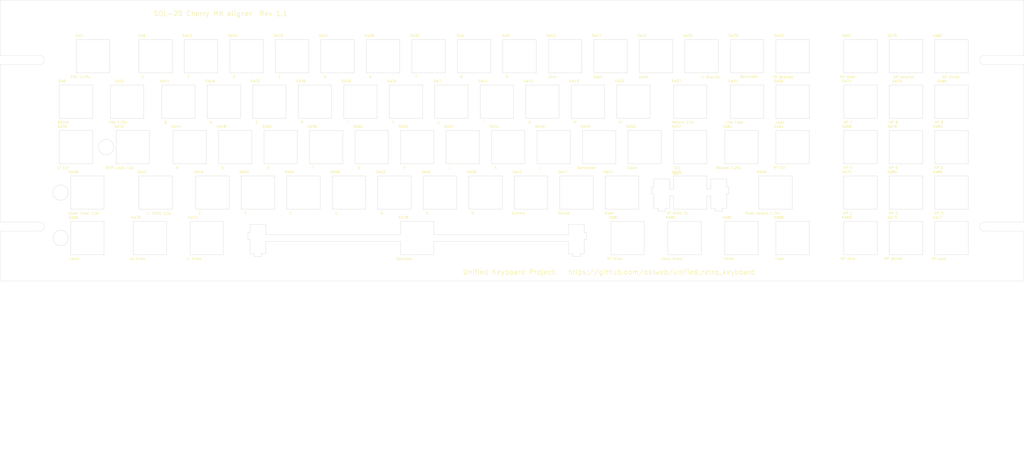
<source format=kicad_pcb>
(kicad_pcb (version 20171130) (host pcbnew "(5.1.5-0-10_14)")

  (general
    (thickness 1.6)
    (drawings 26)
    (tracks 0)
    (zones 0)
    (modules 94)
    (nets 1)
  )

  (page C)
  (title_block
    (title "Unified Retro Keyboard")
    (date 2019-08-25)
    (rev 1.1)
    (company OSIWeb.org)
    (comment 1 "Key aligner - Cherry")
  )

  (layers
    (0 F.Cu signal)
    (31 B.Cu signal)
    (32 B.Adhes user)
    (33 F.Adhes user)
    (34 B.Paste user)
    (35 F.Paste user)
    (36 B.SilkS user)
    (37 F.SilkS user)
    (38 B.Mask user)
    (39 F.Mask user)
    (40 Dwgs.User user)
    (41 Cmts.User user)
    (42 Eco1.User user)
    (43 Eco2.User user)
    (44 Edge.Cuts user)
    (45 Margin user)
    (46 B.CrtYd user)
    (47 F.CrtYd user)
    (48 B.Fab user)
    (49 F.Fab user)
  )

  (setup
    (last_trace_width 0.254)
    (user_trace_width 0.254)
    (user_trace_width 0.508)
    (user_trace_width 1.27)
    (trace_clearance 0.2)
    (zone_clearance 0.508)
    (zone_45_only no)
    (trace_min 0.2)
    (via_size 0.8128)
    (via_drill 0.4064)
    (via_min_size 0.4)
    (via_min_drill 0.3)
    (user_via 1.27 0.7112)
    (uvia_size 0.3048)
    (uvia_drill 0.1016)
    (uvias_allowed no)
    (uvia_min_size 0.2)
    (uvia_min_drill 0.1)
    (edge_width 0.05)
    (segment_width 0.2)
    (pcb_text_width 0.3)
    (pcb_text_size 1.5 1.5)
    (mod_edge_width 0.12)
    (mod_text_size 1 1)
    (mod_text_width 0.15)
    (pad_size 3.81 3.81)
    (pad_drill 3.81)
    (pad_to_mask_clearance 0)
    (aux_axis_origin 61.4172 179.1081)
    (grid_origin 76.835 223.393)
    (visible_elements 7FFFEFFF)
    (pcbplotparams
      (layerselection 0x010fc_ffffffff)
      (usegerberextensions false)
      (usegerberattributes false)
      (usegerberadvancedattributes false)
      (creategerberjobfile false)
      (excludeedgelayer true)
      (linewidth 0.100000)
      (plotframeref false)
      (viasonmask false)
      (mode 1)
      (useauxorigin false)
      (hpglpennumber 1)
      (hpglpenspeed 20)
      (hpglpendiameter 15.000000)
      (psnegative false)
      (psa4output false)
      (plotreference true)
      (plotvalue true)
      (plotinvisibletext false)
      (padsonsilk false)
      (subtractmaskfromsilk false)
      (outputformat 1)
      (mirror false)
      (drillshape 0)
      (scaleselection 1)
      (outputdirectory "outputs"))
  )

  (net 0 "")

  (net_class Default "This is the default net class."
    (clearance 0.2)
    (trace_width 0.254)
    (via_dia 0.8128)
    (via_drill 0.4064)
    (uvia_dia 0.3048)
    (uvia_drill 0.1016)
    (diff_pair_width 0.2032)
    (diff_pair_gap 0.254)
  )

  (net_class power1 ""
    (clearance 0.254)
    (trace_width 1.27)
    (via_dia 1.27)
    (via_drill 0.7112)
    (uvia_dia 0.3048)
    (uvia_drill 0.1016)
    (diff_pair_width 0.2032)
    (diff_pair_gap 0.254)
  )

  (net_class signal ""
    (clearance 0.2032)
    (trace_width 0.254)
    (via_dia 0.8128)
    (via_drill 0.4064)
    (uvia_dia 0.3048)
    (uvia_drill 0.1016)
    (diff_pair_width 0.2032)
    (diff_pair_gap 0.254)
  )

  (module unikbd:MX_2u_aligner locked (layer F.Cu) (tedit 5E8CCCF3) (tstamp 5E12D3B8)
    (at 365.75238 187.74156)
    (path /5BC3E99D/5BC6D0C2)
    (fp_text reference SW55 (at -5.7912 -8.6106) (layer F.SilkS)
      (effects (font (size 1 1) (thickness 0.15)))
    )
    (fp_text value "RT Shift: 2x" (at -5.334 8.6614) (layer F.SilkS)
      (effects (font (size 1 1) (thickness 0.15)))
    )
    (fp_line (start 6.985 1.397) (end 8.6106 1.397) (layer Edge.Cuts) (width 0.12))
    (fp_line (start 6.985 -1.397) (end 8.6106 -1.397) (layer Edge.Cuts) (width 0.12))
    (fp_line (start -8.6106 -1.397) (end -6.985 -1.397) (layer Edge.Cuts) (width 0.12))
    (fp_line (start -8.6106 1.397) (end -6.985 1.397) (layer Edge.Cuts) (width 0.12))
    (fp_text user SW** (at -5.334 -7.874) (layer F.SilkS)
      (effects (font (size 1 1) (thickness 0.15)))
    )
    (fp_text user MX_space_aligner (at -0.6096 7.9248) (layer B.Fab)
      (effects (font (size 1 1) (thickness 0.15)))
    )
    (fp_line (start 15.2654 -5.6896) (end 15.2654 -2.286) (layer Edge.Cuts) (width 0.12))
    (fp_line (start 15.2654 -2.286) (end 16.129 -2.286) (layer Edge.Cuts) (width 0.12))
    (fp_line (start 16.129 -2.286) (end 16.129 0.508) (layer Edge.Cuts) (width 0.12))
    (fp_line (start 16.129 0.508) (end 15.2654 0.508) (layer Edge.Cuts) (width 0.12))
    (fp_line (start 15.2654 0.508) (end 15.2654 6.604) (layer Edge.Cuts) (width 0.12))
    (fp_line (start 15.2654 6.604) (end 13.462 6.604) (layer Edge.Cuts) (width 0.12))
    (fp_line (start 13.462 6.604) (end 13.462 7.7724) (layer Edge.Cuts) (width 0.12))
    (fp_line (start 6.985 -6.985) (end 6.985 -1.397) (layer Edge.Cuts) (width 0.12))
    (fp_line (start 8.6106 -5.6896) (end 15.2654 -5.6896) (layer Edge.Cuts) (width 0.12))
    (fp_line (start 8.6106 -1.397) (end 8.6106 -5.6896) (layer Edge.Cuts) (width 0.12))
    (fp_line (start 13.462 7.7724) (end 10.414 7.7724) (layer Edge.Cuts) (width 0.12))
    (fp_line (start 10.414 7.7724) (end 10.414 6.604) (layer Edge.Cuts) (width 0.12))
    (fp_line (start 10.414 6.604) (end 8.6106 6.604) (layer Edge.Cuts) (width 0.12))
    (fp_line (start 8.6106 6.604) (end 8.6106 1.397) (layer Edge.Cuts) (width 0.12))
    (fp_line (start 6.985 1.397) (end 6.985 6.985) (layer Edge.Cuts) (width 0.12))
    (fp_line (start 6.985 6.985) (end -6.985 6.985) (layer Edge.Cuts) (width 0.12))
    (fp_line (start -6.985 6.985) (end -6.985 1.397) (layer Edge.Cuts) (width 0.12))
    (fp_line (start -8.6106 1.397) (end -8.6106 6.604) (layer Edge.Cuts) (width 0.12))
    (fp_line (start -8.6106 6.604) (end -10.414 6.604) (layer Edge.Cuts) (width 0.12))
    (fp_line (start -10.414 6.604) (end -10.414 7.7724) (layer Edge.Cuts) (width 0.12))
    (fp_line (start -10.414 7.7724) (end -13.462 7.7724) (layer Edge.Cuts) (width 0.12))
    (fp_line (start -13.462 7.7724) (end -13.462 6.604) (layer Edge.Cuts) (width 0.12))
    (fp_line (start -13.462 6.604) (end -15.2654 6.604) (layer Edge.Cuts) (width 0.12))
    (fp_line (start -15.2654 6.604) (end -15.2654 0.508) (layer Edge.Cuts) (width 0.12))
    (fp_line (start -15.2654 0.508) (end -16.129 0.508) (layer Edge.Cuts) (width 0.12))
    (fp_line (start -16.129 0.508) (end -16.129 -2.286) (layer Edge.Cuts) (width 0.12))
    (fp_line (start -16.129 -2.286) (end -15.2654 -2.286) (layer Edge.Cuts) (width 0.12))
    (fp_line (start -15.2654 -2.286) (end -15.2654 -5.6896) (layer Edge.Cuts) (width 0.12))
    (fp_line (start -15.2654 -5.6896) (end -8.6106 -5.6896) (layer Edge.Cuts) (width 0.12))
    (fp_line (start -8.6106 -5.6896) (end -8.6106 -1.397) (layer Edge.Cuts) (width 0.12))
    (fp_line (start -6.985 -1.397) (end -6.985 -6.985) (layer Edge.Cuts) (width 0.12))
    (fp_line (start -6.985 -6.985) (end 6.985 -6.985) (layer Edge.Cuts) (width 0.12))
  )

  (module unikbd:Key_MX_Aligner locked (layer F.Cu) (tedit 5E75767C) (tstamp 5E12D408)
    (at 401.47113 187.74156)
    (path /5BC3E99D/5BC6D0C9)
    (fp_text reference SW59 (at -5.7912 -8.6106) (layer F.SilkS)
      (effects (font (size 1 1) (thickness 0.15)))
    )
    (fp_text value "Mode Select: 1.75x" (at -5.334 8.6614) (layer F.SilkS)
      (effects (font (size 1 1) (thickness 0.15)))
    )
    (fp_line (start -6.985 -6.985) (end -6.985 6.985) (layer Edge.Cuts) (width 0.12))
    (fp_line (start 6.985 6.985) (end 6.985 -6.985) (layer Edge.Cuts) (width 0.12))
    (fp_line (start -6.985 -6.985) (end 6.985 -6.985) (layer Edge.Cuts) (width 0.12))
    (fp_line (start -6.985 6.985) (end 6.985 6.985) (layer Edge.Cuts) (width 0.12))
  )

  (module unikbd:Key_MX_Aligner locked (layer F.Cu) (tedit 5E75767C) (tstamp 5E12D458)
    (at 251.45238 168.69156)
    (path /5BC3E99D/5BC3FF70)
    (fp_text reference SW63 (at -5.7912 -8.6106) (layer F.SilkS)
      (effects (font (size 1 1) (thickness 0.15)))
    )
    (fp_text value H (at -5.334 8.6614) (layer F.SilkS)
      (effects (font (size 1 1) (thickness 0.15)))
    )
    (fp_line (start -6.985 -6.985) (end -6.985 6.985) (layer Edge.Cuts) (width 0.12))
    (fp_line (start 6.985 6.985) (end 6.985 -6.985) (layer Edge.Cuts) (width 0.12))
    (fp_line (start -6.985 -6.985) (end 6.985 -6.985) (layer Edge.Cuts) (width 0.12))
    (fp_line (start -6.985 6.985) (end 6.985 6.985) (layer Edge.Cuts) (width 0.12))
  )

  (module unikbd:Key_MX_Aligner locked (layer F.Cu) (tedit 5E75767C) (tstamp 5E12D41C)
    (at 232.40238 168.69156)
    (path /5BC3E99D/5BC3FF77)
    (fp_text reference SW60 (at -5.7912 -8.6106) (layer F.SilkS)
      (effects (font (size 1 1) (thickness 0.15)))
    )
    (fp_text value G (at -5.334 8.6614) (layer F.SilkS)
      (effects (font (size 1 1) (thickness 0.15)))
    )
    (fp_line (start -6.985 -6.985) (end -6.985 6.985) (layer Edge.Cuts) (width 0.12))
    (fp_line (start 6.985 6.985) (end 6.985 -6.985) (layer Edge.Cuts) (width 0.12))
    (fp_line (start -6.985 -6.985) (end 6.985 -6.985) (layer Edge.Cuts) (width 0.12))
    (fp_line (start -6.985 6.985) (end 6.985 6.985) (layer Edge.Cuts) (width 0.12))
  )

  (module unikbd:Key_MX_Aligner locked (layer F.Cu) (tedit 5E75767C) (tstamp 5E12D430)
    (at 387.18363 168.69156)
    (path /5BC3E99D/5BC6CD87)
    (fp_text reference SW61 (at -5.7912 -8.6106) (layer F.SilkS)
      (effects (font (size 1 1) (thickness 0.15)))
    )
    (fp_text value "Repeat: 1.25x" (at -5.334 8.6614) (layer F.SilkS)
      (effects (font (size 1 1) (thickness 0.15)))
    )
    (fp_line (start -6.985 -6.985) (end -6.985 6.985) (layer Edge.Cuts) (width 0.12))
    (fp_line (start 6.985 6.985) (end 6.985 -6.985) (layer Edge.Cuts) (width 0.12))
    (fp_line (start -6.985 -6.985) (end 6.985 -6.985) (layer Edge.Cuts) (width 0.12))
    (fp_line (start -6.985 6.985) (end 6.985 6.985) (layer Edge.Cuts) (width 0.12))
  )

  (module unikbd:Key_MX_Aligner locked (layer F.Cu) (tedit 5E75767C) (tstamp 5E12D3CC)
    (at 213.35238 168.69156)
    (path /5BC3E99D/5BC3FF69)
    (fp_text reference SW56 (at -5.7912 -8.6106) (layer F.SilkS)
      (effects (font (size 1 1) (thickness 0.15)))
    )
    (fp_text value F (at -5.334 8.6614) (layer F.SilkS)
      (effects (font (size 1 1) (thickness 0.15)))
    )
    (fp_line (start -6.985 -6.985) (end -6.985 6.985) (layer Edge.Cuts) (width 0.12))
    (fp_line (start 6.985 6.985) (end 6.985 -6.985) (layer Edge.Cuts) (width 0.12))
    (fp_line (start -6.985 -6.985) (end 6.985 -6.985) (layer Edge.Cuts) (width 0.12))
    (fp_line (start -6.985 6.985) (end 6.985 6.985) (layer Edge.Cuts) (width 0.12))
  )

  (module unikbd:Key_MX_Aligner locked (layer F.Cu) (tedit 5E75767C) (tstamp 5E12D46C)
    (at 408.61488 168.69156)
    (path /5BC3E99D/5BC6CD80)
    (fp_text reference SW64 (at -5.7912 -8.6106) (layer F.SilkS)
      (effects (font (size 1 1) (thickness 0.15)))
    )
    (fp_text value "RT Ctrl" (at -5.334 8.6614) (layer F.SilkS)
      (effects (font (size 1 1) (thickness 0.15)))
    )
    (fp_line (start -6.985 -6.985) (end -6.985 6.985) (layer Edge.Cuts) (width 0.12))
    (fp_line (start 6.985 6.985) (end 6.985 -6.985) (layer Edge.Cuts) (width 0.12))
    (fp_line (start -6.985 -6.985) (end 6.985 -6.985) (layer Edge.Cuts) (width 0.12))
    (fp_line (start -6.985 6.985) (end 6.985 6.985) (layer Edge.Cuts) (width 0.12))
  )

  (module unikbd:Key_MX_Aligner locked (layer F.Cu) (tedit 5E75767C) (tstamp 5E12D250)
    (at 270.50238 168.69156)
    (path /5BC3E99D/5E1BE11F)
    (fp_text reference SW37 (at -5.7912 -8.6106) (layer F.SilkS)
      (effects (font (size 1 1) (thickness 0.15)))
    )
    (fp_text value J (at -5.334 8.6614) (layer F.SilkS)
      (effects (font (size 1 1) (thickness 0.15)))
    )
    (fp_line (start -6.985 -6.985) (end -6.985 6.985) (layer Edge.Cuts) (width 0.12))
    (fp_line (start 6.985 6.985) (end 6.985 -6.985) (layer Edge.Cuts) (width 0.12))
    (fp_line (start -6.985 -6.985) (end 6.985 -6.985) (layer Edge.Cuts) (width 0.12))
    (fp_line (start -6.985 6.985) (end 6.985 6.985) (layer Edge.Cuts) (width 0.12))
  )

  (module unikbd:Key_MX_Aligner locked (layer F.Cu) (tedit 5E75767C) (tstamp 5E12D55C)
    (at 456.11288 168.69156)
    (path /5E16AC8E/5E1BE10C)
    (fp_text reference SW76 (at -5.7912 -8.6106) (layer F.SilkS)
      (effects (font (size 1 1) (thickness 0.15)))
    )
    (fp_text value "NP 5" (at -5.334 8.6614) (layer F.SilkS)
      (effects (font (size 1 1) (thickness 0.15)))
    )
    (fp_line (start -6.985 -6.985) (end -6.985 6.985) (layer Edge.Cuts) (width 0.12))
    (fp_line (start 6.985 6.985) (end 6.985 -6.985) (layer Edge.Cuts) (width 0.12))
    (fp_line (start -6.985 -6.985) (end 6.985 -6.985) (layer Edge.Cuts) (width 0.12))
    (fp_line (start -6.985 6.985) (end 6.985 6.985) (layer Edge.Cuts) (width 0.12))
  )

  (module unikbd:Key_MX_Aligner locked (layer F.Cu) (tedit 5E75767C) (tstamp 5E12D28C)
    (at 132.38988 168.69156)
    (path /5BC3E99D/5BC3FD26)
    (fp_text reference SW40 (at -5.7912 -8.6106) (layer F.SilkS)
      (effects (font (size 1 1) (thickness 0.15)))
    )
    (fp_text value "Shift Lock: 1.5x" (at -5.334 8.6614) (layer F.SilkS)
      (effects (font (size 1 1) (thickness 0.15)))
    )
    (fp_line (start -6.985 -6.985) (end -6.985 6.985) (layer Edge.Cuts) (width 0.12))
    (fp_line (start 6.985 6.985) (end 6.985 -6.985) (layer Edge.Cuts) (width 0.12))
    (fp_line (start -6.985 -6.985) (end 6.985 -6.985) (layer Edge.Cuts) (width 0.12))
    (fp_line (start -6.985 6.985) (end 6.985 6.985) (layer Edge.Cuts) (width 0.12))
  )

  (module unikbd:Key_MX_Aligner locked (layer F.Cu) (tedit 5E75767C) (tstamp 5E12D2A0)
    (at 289.55238 168.69156)
    (path /5BC3E99D/5BC6CD5D)
    (fp_text reference SW41 (at -5.7912 -8.6106) (layer F.SilkS)
      (effects (font (size 1 1) (thickness 0.15)))
    )
    (fp_text value K (at -5.334 8.6614) (layer F.SilkS)
      (effects (font (size 1 1) (thickness 0.15)))
    )
    (fp_line (start -6.985 -6.985) (end -6.985 6.985) (layer Edge.Cuts) (width 0.12))
    (fp_line (start 6.985 6.985) (end 6.985 -6.985) (layer Edge.Cuts) (width 0.12))
    (fp_line (start -6.985 -6.985) (end 6.985 -6.985) (layer Edge.Cuts) (width 0.12))
    (fp_line (start -6.985 6.985) (end 6.985 6.985) (layer Edge.Cuts) (width 0.12))
  )

  (module unikbd:Key_MX_Aligner locked (layer F.Cu) (tedit 5E75767C) (tstamp 5E12D2DC)
    (at 156.20238 168.69156)
    (path /5BC3E99D/5BC3FE57)
    (fp_text reference SW44 (at -5.7912 -8.6106) (layer F.SilkS)
      (effects (font (size 1 1) (thickness 0.15)))
    )
    (fp_text value A (at -5.334 8.6614) (layer F.SilkS)
      (effects (font (size 1 1) (thickness 0.15)))
    )
    (fp_line (start -6.985 -6.985) (end -6.985 6.985) (layer Edge.Cuts) (width 0.12))
    (fp_line (start 6.985 6.985) (end 6.985 -6.985) (layer Edge.Cuts) (width 0.12))
    (fp_line (start -6.985 -6.985) (end 6.985 -6.985) (layer Edge.Cuts) (width 0.12))
    (fp_line (start -6.985 6.985) (end 6.985 6.985) (layer Edge.Cuts) (width 0.12))
  )

  (module unikbd:Key_MX_Aligner locked (layer F.Cu) (tedit 5E75767C) (tstamp 5E12D2F0)
    (at 308.60238 168.69156)
    (path /5BC3E99D/5BC6CD6B)
    (fp_text reference SW45 (at -5.7912 -8.6106) (layer F.SilkS)
      (effects (font (size 1 1) (thickness 0.15)))
    )
    (fp_text value L (at -5.334 8.6614) (layer F.SilkS)
      (effects (font (size 1 1) (thickness 0.15)))
    )
    (fp_line (start -6.985 -6.985) (end -6.985 6.985) (layer Edge.Cuts) (width 0.12))
    (fp_line (start 6.985 6.985) (end 6.985 -6.985) (layer Edge.Cuts) (width 0.12))
    (fp_line (start -6.985 -6.985) (end 6.985 -6.985) (layer Edge.Cuts) (width 0.12))
    (fp_line (start -6.985 6.985) (end 6.985 6.985) (layer Edge.Cuts) (width 0.12))
  )

  (module unikbd:Key_MX_Aligner locked (layer F.Cu) (tedit 5E75767C) (tstamp 5E12D32C)
    (at 175.25238 168.69156)
    (path /5BC3E99D/5E1BE11D)
    (fp_text reference SW48 (at -5.7912 -8.6106) (layer F.SilkS)
      (effects (font (size 1 1) (thickness 0.15)))
    )
    (fp_text value S (at -5.334 8.6614) (layer F.SilkS)
      (effects (font (size 1 1) (thickness 0.15)))
    )
    (fp_line (start -6.985 -6.985) (end -6.985 6.985) (layer Edge.Cuts) (width 0.12))
    (fp_line (start 6.985 6.985) (end 6.985 -6.985) (layer Edge.Cuts) (width 0.12))
    (fp_line (start -6.985 -6.985) (end 6.985 -6.985) (layer Edge.Cuts) (width 0.12))
    (fp_line (start -6.985 6.985) (end 6.985 6.985) (layer Edge.Cuts) (width 0.12))
  )

  (module unikbd:Key_MX_Aligner locked (layer F.Cu) (tedit 5E75767C) (tstamp 5E12D340)
    (at 327.65238 168.69156)
    (path /5BC3E99D/5BC6CD64)
    (fp_text reference SW49 (at -5.7912 -8.6106) (layer F.SilkS)
      (effects (font (size 1 1) (thickness 0.15)))
    )
    (fp_text value Semicolon (at -5.334 8.6614) (layer F.SilkS)
      (effects (font (size 1 1) (thickness 0.15)))
    )
    (fp_line (start -6.985 -6.985) (end -6.985 6.985) (layer Edge.Cuts) (width 0.12))
    (fp_line (start 6.985 6.985) (end 6.985 -6.985) (layer Edge.Cuts) (width 0.12))
    (fp_line (start -6.985 -6.985) (end 6.985 -6.985) (layer Edge.Cuts) (width 0.12))
    (fp_line (start -6.985 6.985) (end 6.985 6.985) (layer Edge.Cuts) (width 0.12))
  )

  (module unikbd:Key_MX_Aligner locked (layer F.Cu) (tedit 5E75767C) (tstamp 5E12D37C)
    (at 194.30238 168.69156)
    (path /5BC3E99D/5E0AC938)
    (fp_text reference SW52 (at -5.7912 -8.6106) (layer F.SilkS)
      (effects (font (size 1 1) (thickness 0.15)))
    )
    (fp_text value D (at -5.334 8.6614) (layer F.SilkS)
      (effects (font (size 1 1) (thickness 0.15)))
    )
    (fp_line (start -6.985 -6.985) (end -6.985 6.985) (layer Edge.Cuts) (width 0.12))
    (fp_line (start 6.985 6.985) (end 6.985 -6.985) (layer Edge.Cuts) (width 0.12))
    (fp_line (start -6.985 -6.985) (end 6.985 -6.985) (layer Edge.Cuts) (width 0.12))
    (fp_line (start -6.985 6.985) (end 6.985 6.985) (layer Edge.Cuts) (width 0.12))
  )

  (module unikbd:Key_MX_Aligner locked (layer F.Cu) (tedit 5E75767C) (tstamp 5E12D390)
    (at 346.70238 168.69156)
    (path /5BC3E99D/5BC6CD72)
    (fp_text reference SW53 (at -5.7912 -8.6106) (layer F.SilkS)
      (effects (font (size 1 1) (thickness 0.15)))
    )
    (fp_text value Colon (at -5.334 8.6614) (layer F.SilkS)
      (effects (font (size 1 1) (thickness 0.15)))
    )
    (fp_line (start -6.985 -6.985) (end -6.985 6.985) (layer Edge.Cuts) (width 0.12))
    (fp_line (start 6.985 6.985) (end 6.985 -6.985) (layer Edge.Cuts) (width 0.12))
    (fp_line (start -6.985 -6.985) (end 6.985 -6.985) (layer Edge.Cuts) (width 0.12))
    (fp_line (start -6.985 6.985) (end 6.985 6.985) (layer Edge.Cuts) (width 0.12))
  )

  (module unikbd:Key_MX_Aligner locked (layer F.Cu) (tedit 5E75767C) (tstamp 5E12D4BC)
    (at 437.06288 168.69156)
    (path /5E16AC8E/5E1BE109)
    (fp_text reference SW68 (at -5.7912 -8.6106) (layer F.SilkS)
      (effects (font (size 1 1) (thickness 0.15)))
    )
    (fp_text value "NP 4" (at -5.334 8.6614) (layer F.SilkS)
      (effects (font (size 1 1) (thickness 0.15)))
    )
    (fp_line (start -6.985 -6.985) (end -6.985 6.985) (layer Edge.Cuts) (width 0.12))
    (fp_line (start 6.985 6.985) (end 6.985 -6.985) (layer Edge.Cuts) (width 0.12))
    (fp_line (start -6.985 -6.985) (end 6.985 -6.985) (layer Edge.Cuts) (width 0.12))
    (fp_line (start -6.985 6.985) (end 6.985 6.985) (layer Edge.Cuts) (width 0.12))
  )

  (module unikbd:Key_MX_Aligner locked (layer F.Cu) (tedit 5E75767C) (tstamp 5E12D5E8)
    (at 475.16288 168.69156)
    (path /5E16AC8E/5E1BE10D)
    (fp_text reference SW83 (at -5.7912 -8.6106) (layer F.SilkS)
      (effects (font (size 1 1) (thickness 0.15)))
    )
    (fp_text value "NP 6" (at -5.334 8.6614) (layer F.SilkS)
      (effects (font (size 1 1) (thickness 0.15)))
    )
    (fp_line (start -6.985 -6.985) (end -6.985 6.985) (layer Edge.Cuts) (width 0.12))
    (fp_line (start 6.985 6.985) (end 6.985 -6.985) (layer Edge.Cuts) (width 0.12))
    (fp_line (start -6.985 -6.985) (end 6.985 -6.985) (layer Edge.Cuts) (width 0.12))
    (fp_line (start -6.985 6.985) (end 6.985 6.985) (layer Edge.Cuts) (width 0.12))
  )

  (module unikbd:Key_MX_Aligner locked (layer F.Cu) (tedit 5E75767C) (tstamp 5E12D3E0)
    (at 365.75238 168.69156)
    (path /5BC3E99D/5BC6CD79)
    (fp_text reference SW57 (at -5.7912 -8.6106) (layer F.SilkS)
      (effects (font (size 1 1) (thickness 0.15)))
    )
    (fp_text value DEL (at -5.334 8.6614) (layer F.SilkS)
      (effects (font (size 1 1) (thickness 0.15)))
    )
    (fp_line (start -6.985 -6.985) (end -6.985 6.985) (layer Edge.Cuts) (width 0.12))
    (fp_line (start 6.985 6.985) (end 6.985 -6.985) (layer Edge.Cuts) (width 0.12))
    (fp_line (start -6.985 -6.985) (end 6.985 -6.985) (layer Edge.Cuts) (width 0.12))
    (fp_line (start -6.985 6.985) (end 6.985 6.985) (layer Edge.Cuts) (width 0.12))
  )

  (module unikbd:Key_MX_Aligner locked (layer F.Cu) (tedit 5E75767C) (tstamp 5E12D3A4)
    (at 203.82738 187.74156)
    (path /5BC3E99D/5BC6CEF2)
    (fp_text reference SW54 (at -5.7912 -8.6106) (layer F.SilkS)
      (effects (font (size 1 1) (thickness 0.15)))
    )
    (fp_text value C (at -5.334 8.6614) (layer F.SilkS)
      (effects (font (size 1 1) (thickness 0.15)))
    )
    (fp_line (start -6.985 -6.985) (end -6.985 6.985) (layer Edge.Cuts) (width 0.12))
    (fp_line (start 6.985 6.985) (end 6.985 -6.985) (layer Edge.Cuts) (width 0.12))
    (fp_line (start -6.985 -6.985) (end 6.985 -6.985) (layer Edge.Cuts) (width 0.12))
    (fp_line (start -6.985 6.985) (end 6.985 6.985) (layer Edge.Cuts) (width 0.12))
  )

  (module unikbd:Key_MX_Aligner locked (layer F.Cu) (tedit 5E75767C) (tstamp 5E6EC726)
    (at 163.34613 206.79156)
    (path /5E16AC8E/5E1BE0F6)
    (fp_text reference SW74 (at -5.7912 -8.6106) (layer F.SilkS)
      (effects (font (size 1 1) (thickness 0.15)))
    )
    (fp_text value "LT Arrow" (at -5.334 8.6614) (layer F.SilkS)
      (effects (font (size 1 1) (thickness 0.15)))
    )
    (fp_line (start -6.985 -6.985) (end -6.985 6.985) (layer Edge.Cuts) (width 0.12))
    (fp_line (start 6.985 6.985) (end 6.985 -6.985) (layer Edge.Cuts) (width 0.12))
    (fp_line (start -6.985 -6.985) (end 6.985 -6.985) (layer Edge.Cuts) (width 0.12))
    (fp_line (start -6.985 6.985) (end 6.985 6.985) (layer Edge.Cuts) (width 0.12))
  )

  (module unikbd:Key_MX_Aligner locked (layer F.Cu) (tedit 5E75767C) (tstamp 5E120789)
    (at 475.16288 149.64156)
    (path /5E16AC8E/5E1BE103)
    (fp_text reference SW85 (at -4.03098 -8.56996) (layer F.SilkS)
      (effects (font (size 1 1) (thickness 0.15)))
    )
    (fp_text value "NP 9" (at -5.334 8.6614) (layer F.SilkS)
      (effects (font (size 1 1) (thickness 0.15)))
    )
    (fp_line (start -6.985 -6.985) (end -6.985 6.985) (layer Edge.Cuts) (width 0.12))
    (fp_line (start 6.985 6.985) (end 6.985 -6.985) (layer Edge.Cuts) (width 0.12))
    (fp_line (start -6.985 -6.985) (end 6.985 -6.985) (layer Edge.Cuts) (width 0.12))
    (fp_line (start -6.985 6.985) (end 6.985 6.985) (layer Edge.Cuts) (width 0.12))
  )

  (module unikbd:Key_MX_Aligner locked (layer F.Cu) (tedit 5E75767C) (tstamp 5E12D1C4)
    (at 227.63988 149.64156)
    (path /5BC3EA0A/5BCAF420)
    (fp_text reference SW30 (at -5.7912 -8.6106) (layer F.SilkS)
      (effects (font (size 1 1) (thickness 0.15)))
    )
    (fp_text value T (at -5.334 8.6614) (layer F.SilkS)
      (effects (font (size 1 1) (thickness 0.15)))
    )
    (fp_line (start -6.985 -6.985) (end -6.985 6.985) (layer Edge.Cuts) (width 0.12))
    (fp_line (start 6.985 6.985) (end 6.985 -6.985) (layer Edge.Cuts) (width 0.12))
    (fp_line (start -6.985 -6.985) (end 6.985 -6.985) (layer Edge.Cuts) (width 0.12))
    (fp_line (start -6.985 6.985) (end 6.985 6.985) (layer Edge.Cuts) (width 0.12))
  )

  (module unikbd:Key_MX_Aligner locked (layer F.Cu) (tedit 5E75767C) (tstamp 5E12D64C)
    (at 408.61488 206.79156)
    (path /5E16AC8E/5E1BE0F8)
    (fp_text reference SW88 (at -5.7912 -8.6106) (layer F.SilkS)
      (effects (font (size 1 1) (thickness 0.15)))
    )
    (fp_text value Clear (at -5.334 8.6614) (layer F.SilkS)
      (effects (font (size 1 1) (thickness 0.15)))
    )
    (fp_line (start -6.985 -6.985) (end -6.985 6.985) (layer Edge.Cuts) (width 0.12))
    (fp_line (start 6.985 6.985) (end 6.985 -6.985) (layer Edge.Cuts) (width 0.12))
    (fp_line (start -6.985 -6.985) (end 6.985 -6.985) (layer Edge.Cuts) (width 0.12))
    (fp_line (start -6.985 6.985) (end 6.985 6.985) (layer Edge.Cuts) (width 0.12))
  )

  (module unikbd:Key_MX_Aligner locked (layer F.Cu) (tedit 5E75767C) (tstamp 5E12D638)
    (at 387.18363 206.79156)
    (path /5E16AC8E/5E1BE0F9)
    (fp_text reference SW87 (at -5.7912 -8.6106) (layer F.SilkS)
      (effects (font (size 1 1) (thickness 0.15)))
    )
    (fp_text value Home (at -5.334 8.6614) (layer F.SilkS)
      (effects (font (size 1 1) (thickness 0.15)))
    )
    (fp_line (start -6.985 -6.985) (end -6.985 6.985) (layer Edge.Cuts) (width 0.12))
    (fp_line (start 6.985 6.985) (end 6.985 -6.985) (layer Edge.Cuts) (width 0.12))
    (fp_line (start -6.985 -6.985) (end 6.985 -6.985) (layer Edge.Cuts) (width 0.12))
    (fp_line (start -6.985 6.985) (end 6.985 6.985) (layer Edge.Cuts) (width 0.12))
  )

  (module unikbd:Key_MX_Aligner locked (layer F.Cu) (tedit 5E75767C) (tstamp 5E12D624)
    (at 475.16288 187.74156)
    (path /5E16AC8E/5E1BE10E)
    (fp_text reference SW86 (at -5.7912 -8.6106) (layer F.SilkS)
      (effects (font (size 1 1) (thickness 0.15)))
    )
    (fp_text value "NP 3" (at -5.334 8.6614) (layer F.SilkS)
      (effects (font (size 1 1) (thickness 0.15)))
    )
    (fp_line (start -6.985 -6.985) (end -6.985 6.985) (layer Edge.Cuts) (width 0.12))
    (fp_line (start 6.985 6.985) (end 6.985 -6.985) (layer Edge.Cuts) (width 0.12))
    (fp_line (start -6.985 -6.985) (end 6.985 -6.985) (layer Edge.Cuts) (width 0.12))
    (fp_line (start -6.985 6.985) (end 6.985 6.985) (layer Edge.Cuts) (width 0.12))
  )

  (module unikbd:Key_MX_Aligner locked (layer F.Cu) (tedit 5E75767C) (tstamp 5E12D5FC)
    (at 363.37113 206.79156)
    (path /5E16AC8E/5E1BE0F7)
    (fp_text reference SW84 (at -5.7912 -8.6106) (layer F.SilkS)
      (effects (font (size 1 1) (thickness 0.15)))
    )
    (fp_text value "Down Arrow" (at -5.334 8.6614) (layer F.SilkS)
      (effects (font (size 1 1) (thickness 0.15)))
    )
    (fp_line (start -6.985 -6.985) (end -6.985 6.985) (layer Edge.Cuts) (width 0.12))
    (fp_line (start 6.985 6.985) (end 6.985 -6.985) (layer Edge.Cuts) (width 0.12))
    (fp_line (start -6.985 -6.985) (end 6.985 -6.985) (layer Edge.Cuts) (width 0.12))
    (fp_line (start -6.985 6.985) (end 6.985 6.985) (layer Edge.Cuts) (width 0.12))
  )

  (module unikbd:Key_MX_Aligner locked (layer F.Cu) (tedit 5E75767C) (tstamp 5E12D5D4)
    (at 475.16288 130.59156)
    (path /5E16AC8E/5E1BE102)
    (fp_text reference SW82 (at -5.7912 -8.6106) (layer F.SilkS)
      (effects (font (size 1 1) (thickness 0.15)))
    )
    (fp_text value "NP divide" (at -0.29718 8.72744) (layer F.SilkS)
      (effects (font (size 1 1) (thickness 0.15)))
    )
    (fp_line (start -6.985 -6.985) (end -6.985 6.985) (layer Edge.Cuts) (width 0.12))
    (fp_line (start 6.985 6.985) (end 6.985 -6.985) (layer Edge.Cuts) (width 0.12))
    (fp_line (start -6.985 -6.985) (end 6.985 -6.985) (layer Edge.Cuts) (width 0.12))
    (fp_line (start -6.985 6.985) (end 6.985 6.985) (layer Edge.Cuts) (width 0.12))
  )

  (module unikbd:Key_MX_Aligner locked (layer F.Cu) (tedit 5E75767C) (tstamp 5E10B4C4)
    (at 339.55863 206.79156)
    (path /5E16AC8E/5E1BE119)
    (fp_text reference SW81 (at -5.7912 -8.6106) (layer F.SilkS)
      (effects (font (size 1 1) (thickness 0.15)))
    )
    (fp_text value "RT Arrow" (at -5.334 8.6614) (layer F.SilkS)
      (effects (font (size 1 1) (thickness 0.15)))
    )
    (fp_line (start -6.985 -6.985) (end -6.985 6.985) (layer Edge.Cuts) (width 0.12))
    (fp_line (start 6.985 6.985) (end 6.985 -6.985) (layer Edge.Cuts) (width 0.12))
    (fp_line (start -6.985 -6.985) (end 6.985 -6.985) (layer Edge.Cuts) (width 0.12))
    (fp_line (start -6.985 6.985) (end 6.985 6.985) (layer Edge.Cuts) (width 0.12))
  )

  (module unikbd:Key_MX_Aligner locked (layer F.Cu) (tedit 5E75767C) (tstamp 5E12D5AC)
    (at 456.11288 187.74156)
    (path /5E16AC8E/5E1BE10B)
    (fp_text reference SW80 (at -5.7912 -8.6106) (layer F.SilkS)
      (effects (font (size 1 1) (thickness 0.15)))
    )
    (fp_text value "NP 2" (at -5.334 8.6614) (layer F.SilkS)
      (effects (font (size 1 1) (thickness 0.15)))
    )
    (fp_line (start -6.985 -6.985) (end -6.985 6.985) (layer Edge.Cuts) (width 0.12))
    (fp_line (start 6.985 6.985) (end 6.985 -6.985) (layer Edge.Cuts) (width 0.12))
    (fp_line (start -6.985 -6.985) (end 6.985 -6.985) (layer Edge.Cuts) (width 0.12))
    (fp_line (start -6.985 6.985) (end 6.985 6.985) (layer Edge.Cuts) (width 0.12))
  )

  (module unikbd:Key_MX_Aligner locked (layer F.Cu) (tedit 5E75767C) (tstamp 5E12D598)
    (at 456.11288 149.64156)
    (path /5E16AC8E/5E1BE100)
    (fp_text reference SW79 (at -3.75158 -8.56996) (layer F.SilkS)
      (effects (font (size 1 1) (thickness 0.15)))
    )
    (fp_text value "NP 8" (at -5.334 8.6614) (layer F.SilkS)
      (effects (font (size 1 1) (thickness 0.15)))
    )
    (fp_line (start -6.985 -6.985) (end -6.985 6.985) (layer Edge.Cuts) (width 0.12))
    (fp_line (start 6.985 6.985) (end 6.985 -6.985) (layer Edge.Cuts) (width 0.12))
    (fp_line (start -6.985 -6.985) (end 6.985 -6.985) (layer Edge.Cuts) (width 0.12))
    (fp_line (start -6.985 6.985) (end 6.985 6.985) (layer Edge.Cuts) (width 0.12))
  )

  (module unikbd:Key_MX_Aligner locked (layer F.Cu) (tedit 5E75767C) (tstamp 5E12D570)
    (at 475.16288 206.79156)
    (path /5E16AC8E/5E1BE116)
    (fp_text reference SW77 (at -5.7912 -8.6106) (layer F.SilkS)
      (effects (font (size 1 1) (thickness 0.15)))
    )
    (fp_text value "NP plus" (at -5.334 8.6614) (layer F.SilkS)
      (effects (font (size 1 1) (thickness 0.15)))
    )
    (fp_line (start -6.985 -6.985) (end -6.985 6.985) (layer Edge.Cuts) (width 0.12))
    (fp_line (start 6.985 6.985) (end 6.985 -6.985) (layer Edge.Cuts) (width 0.12))
    (fp_line (start -6.985 -6.985) (end 6.985 -6.985) (layer Edge.Cuts) (width 0.12))
    (fp_line (start -6.985 6.985) (end 6.985 6.985) (layer Edge.Cuts) (width 0.12))
  )

  (module unikbd:Key_MX_Aligner locked (layer F.Cu) (tedit 5E75767C) (tstamp 5E114E20)
    (at 456.11288 130.59156)
    (path /5E16AC8E/5E1BE101)
    (fp_text reference SW75 (at -5.7912 -8.6106) (layer F.SilkS)
      (effects (font (size 1 1) (thickness 0.15)))
    )
    (fp_text value "NP asterisk" (at -0.88138 8.72744) (layer F.SilkS)
      (effects (font (size 1 1) (thickness 0.15)))
    )
    (fp_line (start -6.985 -6.985) (end -6.985 6.985) (layer Edge.Cuts) (width 0.12))
    (fp_line (start 6.985 6.985) (end 6.985 -6.985) (layer Edge.Cuts) (width 0.12))
    (fp_line (start -6.985 -6.985) (end 6.985 -6.985) (layer Edge.Cuts) (width 0.12))
    (fp_line (start -6.985 6.985) (end 6.985 6.985) (layer Edge.Cuts) (width 0.12))
  )

  (module unikbd:Key_MX_Aligner locked (layer F.Cu) (tedit 5E75767C) (tstamp 5E12D520)
    (at 456.11288 206.79156)
    (path /5E16AC8E/5BC6D0AD)
    (fp_text reference SW73 (at -5.7912 -8.6106) (layer F.SilkS)
      (effects (font (size 1 1) (thickness 0.15)))
    )
    (fp_text value "NP period" (at -5.334 8.6614) (layer F.SilkS)
      (effects (font (size 1 1) (thickness 0.15)))
    )
    (fp_line (start -6.985 -6.985) (end -6.985 6.985) (layer Edge.Cuts) (width 0.12))
    (fp_line (start 6.985 6.985) (end 6.985 -6.985) (layer Edge.Cuts) (width 0.12))
    (fp_line (start -6.985 -6.985) (end 6.985 -6.985) (layer Edge.Cuts) (width 0.12))
    (fp_line (start -6.985 6.985) (end 6.985 6.985) (layer Edge.Cuts) (width 0.12))
  )

  (module unikbd:Key_MX_Aligner locked (layer F.Cu) (tedit 5E75767C) (tstamp 5E12D50C)
    (at 437.06288 187.74156)
    (path /5E16AC8E/5E1BE10A)
    (fp_text reference SW72 (at -5.7912 -8.6106) (layer F.SilkS)
      (effects (font (size 1 1) (thickness 0.15)))
    )
    (fp_text value "NP 1" (at -5.334 8.6614) (layer F.SilkS)
      (effects (font (size 1 1) (thickness 0.15)))
    )
    (fp_line (start -6.985 -6.985) (end -6.985 6.985) (layer Edge.Cuts) (width 0.12))
    (fp_line (start 6.985 6.985) (end 6.985 -6.985) (layer Edge.Cuts) (width 0.12))
    (fp_line (start -6.985 -6.985) (end 6.985 -6.985) (layer Edge.Cuts) (width 0.12))
    (fp_line (start -6.985 6.985) (end 6.985 6.985) (layer Edge.Cuts) (width 0.12))
  )

  (module unikbd:Key_MX_Aligner locked (layer F.Cu) (tedit 5E75767C) (tstamp 5E12D4F8)
    (at 437.06288 149.64156)
    (path /5E16AC8E/5E1BE0FF)
    (fp_text reference SW71 (at -5.7912 -8.6106) (layer F.SilkS)
      (effects (font (size 1 1) (thickness 0.15)))
    )
    (fp_text value "NP 7" (at -5.334 8.6614) (layer F.SilkS)
      (effects (font (size 1 1) (thickness 0.15)))
    )
    (fp_line (start -6.985 -6.985) (end -6.985 6.985) (layer Edge.Cuts) (width 0.12))
    (fp_line (start 6.985 6.985) (end 6.985 -6.985) (layer Edge.Cuts) (width 0.12))
    (fp_line (start -6.985 -6.985) (end 6.985 -6.985) (layer Edge.Cuts) (width 0.12))
    (fp_line (start -6.985 6.985) (end 6.985 6.985) (layer Edge.Cuts) (width 0.12))
  )

  (module unikbd:Key_MX_Aligner locked (layer F.Cu) (tedit 5E75767C) (tstamp 5E12D4E4)
    (at 139.53363 206.79156)
    (path /5E16AC8E/5E1BE0F5)
    (fp_text reference SW70 (at -5.7912 -8.6106) (layer F.SilkS)
      (effects (font (size 1 1) (thickness 0.15)))
    )
    (fp_text value "Up Arrow" (at -5.334 8.6614) (layer F.SilkS)
      (effects (font (size 1 1) (thickness 0.15)))
    )
    (fp_line (start -6.985 -6.985) (end -6.985 6.985) (layer Edge.Cuts) (width 0.12))
    (fp_line (start 6.985 6.985) (end 6.985 -6.985) (layer Edge.Cuts) (width 0.12))
    (fp_line (start -6.985 -6.985) (end 6.985 -6.985) (layer Edge.Cuts) (width 0.12))
    (fp_line (start -6.985 6.985) (end 6.985 6.985) (layer Edge.Cuts) (width 0.12))
  )

  (module unikbd:Key_MX_Aligner locked (layer F.Cu) (tedit 5E75767C) (tstamp 5E12D4D0)
    (at 437.06288 206.79156)
    (path /5E16AC8E/5E149AE2)
    (fp_text reference SW69 (at -5.7912 -8.6106) (layer F.SilkS)
      (effects (font (size 1 1) (thickness 0.15)))
    )
    (fp_text value "NP Zero" (at -5.334 8.6614) (layer F.SilkS)
      (effects (font (size 1 1) (thickness 0.15)))
    )
    (fp_line (start -6.985 -6.985) (end -6.985 6.985) (layer Edge.Cuts) (width 0.12))
    (fp_line (start 6.985 6.985) (end 6.985 -6.985) (layer Edge.Cuts) (width 0.12))
    (fp_line (start -6.985 -6.985) (end 6.985 -6.985) (layer Edge.Cuts) (width 0.12))
    (fp_line (start -6.985 6.985) (end 6.985 6.985) (layer Edge.Cuts) (width 0.12))
  )

  (module unikbd:Key_MX_Aligner locked (layer F.Cu) (tedit 5E75767C) (tstamp 5E12D4A8)
    (at 437.06288 130.59156)
    (path /5E16AC8E/5E13E76B)
    (fp_text reference SW67 (at -5.7912 -8.6106) (layer F.SilkS)
      (effects (font (size 1 1) (thickness 0.15)))
    )
    (fp_text value "NP Dash" (at -5.334 8.6614) (layer F.SilkS)
      (effects (font (size 1 1) (thickness 0.15)))
    )
    (fp_line (start -6.985 -6.985) (end -6.985 6.985) (layer Edge.Cuts) (width 0.12))
    (fp_line (start 6.985 6.985) (end 6.985 -6.985) (layer Edge.Cuts) (width 0.12))
    (fp_line (start -6.985 -6.985) (end 6.985 -6.985) (layer Edge.Cuts) (width 0.12))
    (fp_line (start -6.985 6.985) (end 6.985 6.985) (layer Edge.Cuts) (width 0.12))
  )

  (module unikbd:Key_MX_Aligner locked (layer F.Cu) (tedit 5E75767C) (tstamp 5E12D494)
    (at 113.33988 206.79156)
    (path /5E16AC8E/5E12EFC1)
    (fp_text reference SW66 (at -5.7912 -8.6106) (layer F.SilkS)
      (effects (font (size 1 1) (thickness 0.15)))
    )
    (fp_text value Local (at -5.334 8.6614) (layer F.SilkS)
      (effects (font (size 1 1) (thickness 0.15)))
    )
    (fp_line (start -6.985 -6.985) (end -6.985 6.985) (layer Edge.Cuts) (width 0.12))
    (fp_line (start 6.985 6.985) (end 6.985 -6.985) (layer Edge.Cuts) (width 0.12))
    (fp_line (start -6.985 -6.985) (end 6.985 -6.985) (layer Edge.Cuts) (width 0.12))
    (fp_line (start -6.985 6.985) (end 6.985 6.985) (layer Edge.Cuts) (width 0.12))
  )

  (module unikbd:Key_MX_Aligner locked (layer F.Cu) (tedit 5E75767C) (tstamp 5E12D480)
    (at 260.97738 187.74156)
    (path /5BC3E99D/5BC6CF00)
    (fp_text reference SW65 (at -5.7912 -8.6106) (layer F.SilkS)
      (effects (font (size 1 1) (thickness 0.15)))
    )
    (fp_text value N (at -5.334 8.6614) (layer F.SilkS)
      (effects (font (size 1 1) (thickness 0.15)))
    )
    (fp_line (start -6.985 -6.985) (end -6.985 6.985) (layer Edge.Cuts) (width 0.12))
    (fp_line (start 6.985 6.985) (end 6.985 -6.985) (layer Edge.Cuts) (width 0.12))
    (fp_line (start -6.985 -6.985) (end 6.985 -6.985) (layer Edge.Cuts) (width 0.12))
    (fp_line (start -6.985 6.985) (end 6.985 6.985) (layer Edge.Cuts) (width 0.12))
  )

  (module unikbd:Key_MX_Aligner locked (layer F.Cu) (tedit 5E75767C) (tstamp 5E12D444)
    (at 241.92738 187.74156)
    (path /5BC3E99D/5BC6CF07)
    (fp_text reference SW62 (at -5.7912 -8.6106) (layer F.SilkS)
      (effects (font (size 1 1) (thickness 0.15)))
    )
    (fp_text value B (at -5.334 8.6614) (layer F.SilkS)
      (effects (font (size 1 1) (thickness 0.15)))
    )
    (fp_line (start -6.985 -6.985) (end -6.985 6.985) (layer Edge.Cuts) (width 0.12))
    (fp_line (start 6.985 6.985) (end 6.985 -6.985) (layer Edge.Cuts) (width 0.12))
    (fp_line (start -6.985 -6.985) (end 6.985 -6.985) (layer Edge.Cuts) (width 0.12))
    (fp_line (start -6.985 6.985) (end 6.985 6.985) (layer Edge.Cuts) (width 0.12))
  )

  (module unikbd:Key_MX_Aligner locked (layer F.Cu) (tedit 5E75767C) (tstamp 5E12D3F4)
    (at 222.87738 187.74156)
    (path /5BC3E99D/5BC6CEF9)
    (fp_text reference SW58 (at -5.7912 -8.6106) (layer F.SilkS)
      (effects (font (size 1 1) (thickness 0.15)))
    )
    (fp_text value V (at -5.334 8.6614) (layer F.SilkS)
      (effects (font (size 1 1) (thickness 0.15)))
    )
    (fp_line (start -6.985 -6.985) (end -6.985 6.985) (layer Edge.Cuts) (width 0.12))
    (fp_line (start 6.985 6.985) (end 6.985 -6.985) (layer Edge.Cuts) (width 0.12))
    (fp_line (start -6.985 -6.985) (end 6.985 -6.985) (layer Edge.Cuts) (width 0.12))
    (fp_line (start -6.985 6.985) (end 6.985 6.985) (layer Edge.Cuts) (width 0.12))
  )

  (module unikbd:Key_MX_Aligner locked (layer F.Cu) (tedit 5E75767C) (tstamp 5E12D368)
    (at 337.17738 187.74156)
    (path /5BC3E99D/5BC6D0B4)
    (fp_text reference SW51 (at -5.7912 -8.6106) (layer F.SilkS)
      (effects (font (size 1 1) (thickness 0.15)))
    )
    (fp_text value Slash (at -5.334 8.6614) (layer F.SilkS)
      (effects (font (size 1 1) (thickness 0.15)))
    )
    (fp_line (start -6.985 -6.985) (end -6.985 6.985) (layer Edge.Cuts) (width 0.12))
    (fp_line (start 6.985 6.985) (end 6.985 -6.985) (layer Edge.Cuts) (width 0.12))
    (fp_line (start -6.985 -6.985) (end 6.985 -6.985) (layer Edge.Cuts) (width 0.12))
    (fp_line (start -6.985 6.985) (end 6.985 6.985) (layer Edge.Cuts) (width 0.12))
  )

  (module unikbd:Key_MX_Aligner locked (layer F.Cu) (tedit 5E75767C) (tstamp 5E12D354)
    (at 184.77738 187.74156)
    (path /5BC3E99D/5BC6CEE4)
    (fp_text reference SW50 (at -5.7912 -8.6106) (layer F.SilkS)
      (effects (font (size 1 1) (thickness 0.15)))
    )
    (fp_text value X (at -5.334 8.6614) (layer F.SilkS)
      (effects (font (size 1 1) (thickness 0.15)))
    )
    (fp_line (start -6.985 -6.985) (end -6.985 6.985) (layer Edge.Cuts) (width 0.12))
    (fp_line (start 6.985 6.985) (end 6.985 -6.985) (layer Edge.Cuts) (width 0.12))
    (fp_line (start -6.985 -6.985) (end 6.985 -6.985) (layer Edge.Cuts) (width 0.12))
    (fp_line (start -6.985 6.985) (end 6.985 6.985) (layer Edge.Cuts) (width 0.12))
  )

  (module unikbd:Key_MX_Aligner locked (layer F.Cu) (tedit 5E75767C) (tstamp 5E12D318)
    (at 318.12738 187.74156)
    (path /5BC3E99D/5BC6D0BB)
    (fp_text reference SW47 (at -5.7912 -8.6106) (layer F.SilkS)
      (effects (font (size 1 1) (thickness 0.15)))
    )
    (fp_text value Period (at -5.334 8.6614) (layer F.SilkS)
      (effects (font (size 1 1) (thickness 0.15)))
    )
    (fp_line (start -6.985 -6.985) (end -6.985 6.985) (layer Edge.Cuts) (width 0.12))
    (fp_line (start 6.985 6.985) (end 6.985 -6.985) (layer Edge.Cuts) (width 0.12))
    (fp_line (start -6.985 -6.985) (end 6.985 -6.985) (layer Edge.Cuts) (width 0.12))
    (fp_line (start -6.985 6.985) (end 6.985 6.985) (layer Edge.Cuts) (width 0.12))
  )

  (module unikbd:Key_MX_Aligner locked (layer F.Cu) (tedit 5E75767C) (tstamp 5E12D304)
    (at 165.72738 187.74156)
    (path /5BC3E99D/5BC6CEEB)
    (fp_text reference SW46 (at -5.7912 -8.6106) (layer F.SilkS)
      (effects (font (size 1 1) (thickness 0.15)))
    )
    (fp_text value Z (at -5.334 8.6614) (layer F.SilkS)
      (effects (font (size 1 1) (thickness 0.15)))
    )
    (fp_line (start -6.985 -6.985) (end -6.985 6.985) (layer Edge.Cuts) (width 0.12))
    (fp_line (start 6.985 6.985) (end 6.985 -6.985) (layer Edge.Cuts) (width 0.12))
    (fp_line (start -6.985 -6.985) (end 6.985 -6.985) (layer Edge.Cuts) (width 0.12))
    (fp_line (start -6.985 6.985) (end 6.985 6.985) (layer Edge.Cuts) (width 0.12))
  )

  (module unikbd:Key_MX_Aligner locked (layer F.Cu) (tedit 5E75767C) (tstamp 5E12D2C8)
    (at 299.07738 187.74156)
    (path /5BC3E99D/5E1BE115)
    (fp_text reference SW43 (at -5.7912 -8.6106) (layer F.SilkS)
      (effects (font (size 1 1) (thickness 0.15)))
    )
    (fp_text value Comma (at -5.334 8.6614) (layer F.SilkS)
      (effects (font (size 1 1) (thickness 0.15)))
    )
    (fp_line (start -6.985 -6.985) (end -6.985 6.985) (layer Edge.Cuts) (width 0.12))
    (fp_line (start 6.985 6.985) (end 6.985 -6.985) (layer Edge.Cuts) (width 0.12))
    (fp_line (start -6.985 -6.985) (end 6.985 -6.985) (layer Edge.Cuts) (width 0.12))
    (fp_line (start -6.985 6.985) (end 6.985 6.985) (layer Edge.Cuts) (width 0.12))
  )

  (module unikbd:Key_MX_Aligner locked (layer F.Cu) (tedit 5E75767C) (tstamp 5E10B192)
    (at 141.91488 187.74156)
    (path /5BC3E99D/5BC6CEDD)
    (fp_text reference SW42 (at -5.7912 -8.6106) (layer F.SilkS)
      (effects (font (size 1 1) (thickness 0.15)))
    )
    (fp_text value "LT Shift: 1.5x" (at 1.36652 8.75284) (layer F.SilkS)
      (effects (font (size 1 1) (thickness 0.15)))
    )
    (fp_line (start -6.985 -6.985) (end -6.985 6.985) (layer Edge.Cuts) (width 0.12))
    (fp_line (start 6.985 6.985) (end 6.985 -6.985) (layer Edge.Cuts) (width 0.12))
    (fp_line (start -6.985 -6.985) (end 6.985 -6.985) (layer Edge.Cuts) (width 0.12))
    (fp_line (start -6.985 6.985) (end 6.985 6.985) (layer Edge.Cuts) (width 0.12))
  )

  (module unikbd:Key_MX_Aligner locked (layer F.Cu) (tedit 5E75767C) (tstamp 5E12D264)
    (at 113.33988 187.74156)
    (path /5BC3E99D/5BC6CED6)
    (fp_text reference SW38 (at -5.7912 -8.6106) (layer F.SilkS)
      (effects (font (size 1 1) (thickness 0.15)))
    )
    (fp_text value "Upper Case: 1.5x" (at -1.55448 8.6614) (layer F.SilkS)
      (effects (font (size 1 1) (thickness 0.15)))
    )
    (fp_line (start -6.985 -6.985) (end -6.985 6.985) (layer Edge.Cuts) (width 0.12))
    (fp_line (start 6.985 6.985) (end 6.985 -6.985) (layer Edge.Cuts) (width 0.12))
    (fp_line (start -6.985 -6.985) (end 6.985 -6.985) (layer Edge.Cuts) (width 0.12))
    (fp_line (start -6.985 6.985) (end 6.985 6.985) (layer Edge.Cuts) (width 0.12))
  )

  (module unikbd:Key_MX_Aligner locked (layer F.Cu) (tedit 5E75767C) (tstamp 5E12D23C)
    (at 108.57738 168.69156)
    (path /5BC3E99D/5E1BE11B)
    (fp_text reference SW36 (at -5.7912 -8.6106) (layer F.SilkS)
      (effects (font (size 1 1) (thickness 0.15)))
    )
    (fp_text value "LT Ctrl" (at -5.334 8.6614) (layer F.SilkS)
      (effects (font (size 1 1) (thickness 0.15)))
    )
    (fp_line (start -6.985 -6.985) (end -6.985 6.985) (layer Edge.Cuts) (width 0.12))
    (fp_line (start 6.985 6.985) (end 6.985 -6.985) (layer Edge.Cuts) (width 0.12))
    (fp_line (start -6.985 -6.985) (end 6.985 -6.985) (layer Edge.Cuts) (width 0.12))
    (fp_line (start -6.985 6.985) (end 6.985 6.985) (layer Edge.Cuts) (width 0.12))
  )

  (module unikbd:Key_MX_Aligner locked (layer F.Cu) (tedit 5E75767C) (tstamp 5E12D228)
    (at 408.61488 149.64156)
    (path /5BC3EA0A/5BCAF489)
    (fp_text reference SW35 (at -5.7912 -8.6106) (layer F.SilkS)
      (effects (font (size 1 1) (thickness 0.15)))
    )
    (fp_text value Load (at -5.334 8.6614) (layer F.SilkS)
      (effects (font (size 1 1) (thickness 0.15)))
    )
    (fp_line (start -6.985 -6.985) (end -6.985 6.985) (layer Edge.Cuts) (width 0.12))
    (fp_line (start 6.985 6.985) (end 6.985 -6.985) (layer Edge.Cuts) (width 0.12))
    (fp_line (start -6.985 -6.985) (end 6.985 -6.985) (layer Edge.Cuts) (width 0.12))
    (fp_line (start -6.985 6.985) (end 6.985 6.985) (layer Edge.Cuts) (width 0.12))
  )

  (module unikbd:Key_MX_Aligner locked (layer F.Cu) (tedit 5E75767C) (tstamp 5E12D214)
    (at 246.68988 149.64156)
    (path /5BC3EA0A/5BCAF419)
    (fp_text reference SW34 (at -5.7912 -8.6106) (layer F.SilkS)
      (effects (font (size 1 1) (thickness 0.15)))
    )
    (fp_text value Y (at -5.334 8.6614) (layer F.SilkS)
      (effects (font (size 1 1) (thickness 0.15)))
    )
    (fp_line (start -6.985 -6.985) (end -6.985 6.985) (layer Edge.Cuts) (width 0.12))
    (fp_line (start 6.985 6.985) (end 6.985 -6.985) (layer Edge.Cuts) (width 0.12))
    (fp_line (start -6.985 -6.985) (end 6.985 -6.985) (layer Edge.Cuts) (width 0.12))
    (fp_line (start -6.985 6.985) (end 6.985 6.985) (layer Edge.Cuts) (width 0.12))
  )

  (module unikbd:Key_MX_Aligner locked (layer F.Cu) (tedit 5E75767C) (tstamp 5E12D200)
    (at 408.61488 130.59156)
    (path /5BC3EA0A/5BCAF3A9)
    (fp_text reference SW33 (at -5.7912 -8.6106) (layer F.SilkS)
      (effects (font (size 1 1) (thickness 0.15)))
    )
    (fp_text value "RT Bracket" (at -3.90398 8.75284) (layer F.SilkS)
      (effects (font (size 1 1) (thickness 0.15)))
    )
    (fp_line (start -6.985 -6.985) (end -6.985 6.985) (layer Edge.Cuts) (width 0.12))
    (fp_line (start 6.985 6.985) (end 6.985 -6.985) (layer Edge.Cuts) (width 0.12))
    (fp_line (start -6.985 -6.985) (end 6.985 -6.985) (layer Edge.Cuts) (width 0.12))
    (fp_line (start -6.985 6.985) (end 6.985 6.985) (layer Edge.Cuts) (width 0.12))
  )

  (module unikbd:Key_MX_Aligner locked (layer F.Cu) (tedit 5E75767C) (tstamp 5E12D1EC)
    (at 256.21488 130.59156)
    (path /5BC3EA0A/5BCAF339)
    (fp_text reference SW32 (at -5.7912 -8.6106) (layer F.SilkS)
      (effects (font (size 1 1) (thickness 0.15)))
    )
    (fp_text value 7 (at -5.334 8.6614) (layer F.SilkS)
      (effects (font (size 1 1) (thickness 0.15)))
    )
    (fp_line (start -6.985 -6.985) (end -6.985 6.985) (layer Edge.Cuts) (width 0.12))
    (fp_line (start 6.985 6.985) (end 6.985 -6.985) (layer Edge.Cuts) (width 0.12))
    (fp_line (start -6.985 -6.985) (end 6.985 -6.985) (layer Edge.Cuts) (width 0.12))
    (fp_line (start -6.985 6.985) (end 6.985 6.985) (layer Edge.Cuts) (width 0.12))
  )

  (module unikbd:Key_MX_Aligner locked (layer F.Cu) (tedit 5E75767C) (tstamp 5E12D1D8)
    (at 389.56488 149.64156)
    (path /5BC3EA0A/5BCAF490)
    (fp_text reference SW31 (at -5.7912 -8.6106) (layer F.SilkS)
      (effects (font (size 1 1) (thickness 0.15)))
    )
    (fp_text value "Line Feed" (at -5.334 8.6614) (layer F.SilkS)
      (effects (font (size 1 1) (thickness 0.15)))
    )
    (fp_line (start -6.985 -6.985) (end -6.985 6.985) (layer Edge.Cuts) (width 0.12))
    (fp_line (start 6.985 6.985) (end 6.985 -6.985) (layer Edge.Cuts) (width 0.12))
    (fp_line (start -6.985 -6.985) (end 6.985 -6.985) (layer Edge.Cuts) (width 0.12))
    (fp_line (start -6.985 6.985) (end 6.985 6.985) (layer Edge.Cuts) (width 0.12))
  )

  (module unikbd:Key_MX_Aligner locked (layer F.Cu) (tedit 5E75767C) (tstamp 5E12D1B0)
    (at 389.56488 130.59156)
    (path /5BC3EA0A/5BCAF3B0)
    (fp_text reference SW29 (at -5.7912 -8.6106) (layer F.SilkS)
      (effects (font (size 1 1) (thickness 0.15)))
    )
    (fp_text value Backslash (at 0.79502 8.49884) (layer F.SilkS)
      (effects (font (size 1 1) (thickness 0.15)))
    )
    (fp_line (start -6.985 -6.985) (end -6.985 6.985) (layer Edge.Cuts) (width 0.12))
    (fp_line (start 6.985 6.985) (end 6.985 -6.985) (layer Edge.Cuts) (width 0.12))
    (fp_line (start -6.985 -6.985) (end 6.985 -6.985) (layer Edge.Cuts) (width 0.12))
    (fp_line (start -6.985 6.985) (end 6.985 6.985) (layer Edge.Cuts) (width 0.12))
  )

  (module unikbd:Key_MX_Aligner locked (layer F.Cu) (tedit 5E75767C) (tstamp 5E12D19C)
    (at 237.16488 130.59156)
    (path /5BC3EA0A/5BCAF340)
    (fp_text reference SW28 (at -5.7912 -8.6106) (layer F.SilkS)
      (effects (font (size 1 1) (thickness 0.15)))
    )
    (fp_text value 6 (at -5.334 8.6614) (layer F.SilkS)
      (effects (font (size 1 1) (thickness 0.15)))
    )
    (fp_line (start -6.985 -6.985) (end -6.985 6.985) (layer Edge.Cuts) (width 0.12))
    (fp_line (start 6.985 6.985) (end 6.985 -6.985) (layer Edge.Cuts) (width 0.12))
    (fp_line (start -6.985 -6.985) (end 6.985 -6.985) (layer Edge.Cuts) (width 0.12))
    (fp_line (start -6.985 6.985) (end 6.985 6.985) (layer Edge.Cuts) (width 0.12))
  )

  (module unikbd:Key_MX_Aligner locked (layer F.Cu) (tedit 5E75767C) (tstamp 5E12D188)
    (at 365.75238 149.64156)
    (path /5BC3EA0A/5BCAF482)
    (fp_text reference SW27 (at -5.7912 -8.6106) (layer F.SilkS)
      (effects (font (size 1 1) (thickness 0.15)))
    )
    (fp_text value "Return: 1.5x" (at -2.95148 8.6614) (layer F.SilkS)
      (effects (font (size 1 1) (thickness 0.15)))
    )
    (fp_line (start -6.985 -6.985) (end -6.985 6.985) (layer Edge.Cuts) (width 0.12))
    (fp_line (start 6.985 6.985) (end 6.985 -6.985) (layer Edge.Cuts) (width 0.12))
    (fp_line (start -6.985 -6.985) (end 6.985 -6.985) (layer Edge.Cuts) (width 0.12))
    (fp_line (start -6.985 6.985) (end 6.985 6.985) (layer Edge.Cuts) (width 0.12))
  )

  (module unikbd:Key_MX_Aligner locked (layer F.Cu) (tedit 5E75767C) (tstamp 5E12D174)
    (at 208.58988 149.64156)
    (path /5BC3EA0A/5BCAF412)
    (fp_text reference SW26 (at -5.7912 -8.6106) (layer F.SilkS)
      (effects (font (size 1 1) (thickness 0.15)))
    )
    (fp_text value R (at -5.334 8.6614) (layer F.SilkS)
      (effects (font (size 1 1) (thickness 0.15)))
    )
    (fp_line (start -6.985 -6.985) (end -6.985 6.985) (layer Edge.Cuts) (width 0.12))
    (fp_line (start 6.985 6.985) (end 6.985 -6.985) (layer Edge.Cuts) (width 0.12))
    (fp_line (start -6.985 -6.985) (end 6.985 -6.985) (layer Edge.Cuts) (width 0.12))
    (fp_line (start -6.985 6.985) (end 6.985 6.985) (layer Edge.Cuts) (width 0.12))
  )

  (module unikbd:Key_MX_Aligner locked (layer F.Cu) (tedit 5E75767C) (tstamp 5E12D160)
    (at 370.51488 130.59156)
    (path /5BC3EA0A/5BCAF3A2)
    (fp_text reference SW25 (at -5.7912 -8.6106) (layer F.SilkS)
      (effects (font (size 1 1) (thickness 0.15)))
    )
    (fp_text value "LT Bracket" (at 3.58902 8.75284) (layer F.SilkS)
      (effects (font (size 1 1) (thickness 0.15)))
    )
    (fp_line (start -6.985 -6.985) (end -6.985 6.985) (layer Edge.Cuts) (width 0.12))
    (fp_line (start 6.985 6.985) (end 6.985 -6.985) (layer Edge.Cuts) (width 0.12))
    (fp_line (start -6.985 -6.985) (end 6.985 -6.985) (layer Edge.Cuts) (width 0.12))
    (fp_line (start -6.985 6.985) (end 6.985 6.985) (layer Edge.Cuts) (width 0.12))
  )

  (module unikbd:Key_MX_Aligner locked (layer F.Cu) (tedit 5E75767C) (tstamp 5E12D14C)
    (at 218.11488 130.59156)
    (path /5BC3EA0A/5BCAF332)
    (fp_text reference SW24 (at -5.7912 -8.6106) (layer F.SilkS)
      (effects (font (size 1 1) (thickness 0.15)))
    )
    (fp_text value 5 (at -5.334 8.6614) (layer F.SilkS)
      (effects (font (size 1 1) (thickness 0.15)))
    )
    (fp_line (start -6.985 -6.985) (end -6.985 6.985) (layer Edge.Cuts) (width 0.12))
    (fp_line (start 6.985 6.985) (end 6.985 -6.985) (layer Edge.Cuts) (width 0.12))
    (fp_line (start -6.985 -6.985) (end 6.985 -6.985) (layer Edge.Cuts) (width 0.12))
    (fp_line (start -6.985 6.985) (end 6.985 6.985) (layer Edge.Cuts) (width 0.12))
  )

  (module unikbd:Key_MX_Aligner locked (layer F.Cu) (tedit 5E75767C) (tstamp 5E12D138)
    (at 341.93988 149.64156)
    (path /5BC3EA0A/5BCAF47B)
    (fp_text reference SW23 (at -5.7912 -8.6106) (layer F.SilkS)
      (effects (font (size 1 1) (thickness 0.15)))
    )
    (fp_text value AT (at -5.334 8.6614) (layer F.SilkS)
      (effects (font (size 1 1) (thickness 0.15)))
    )
    (fp_line (start -6.985 -6.985) (end -6.985 6.985) (layer Edge.Cuts) (width 0.12))
    (fp_line (start 6.985 6.985) (end 6.985 -6.985) (layer Edge.Cuts) (width 0.12))
    (fp_line (start -6.985 -6.985) (end 6.985 -6.985) (layer Edge.Cuts) (width 0.12))
    (fp_line (start -6.985 6.985) (end 6.985 6.985) (layer Edge.Cuts) (width 0.12))
  )

  (module unikbd:Key_MX_Aligner locked (layer F.Cu) (tedit 5E75767C) (tstamp 5E12D124)
    (at 189.53988 149.64156)
    (path /5BC3EA0A/5BCAF40B)
    (fp_text reference SW22 (at -5.7912 -8.6106) (layer F.SilkS)
      (effects (font (size 1 1) (thickness 0.15)))
    )
    (fp_text value E (at -5.334 8.6614) (layer F.SilkS)
      (effects (font (size 1 1) (thickness 0.15)))
    )
    (fp_line (start -6.985 -6.985) (end -6.985 6.985) (layer Edge.Cuts) (width 0.12))
    (fp_line (start 6.985 6.985) (end 6.985 -6.985) (layer Edge.Cuts) (width 0.12))
    (fp_line (start -6.985 -6.985) (end 6.985 -6.985) (layer Edge.Cuts) (width 0.12))
    (fp_line (start -6.985 6.985) (end 6.985 6.985) (layer Edge.Cuts) (width 0.12))
  )

  (module unikbd:Key_MX_Aligner locked (layer F.Cu) (tedit 5E75767C) (tstamp 5E12D110)
    (at 351.46488 130.59156)
    (path /5BC3EA0A/5BCAF39B)
    (fp_text reference SW21 (at -5.7912 -8.6106) (layer F.SilkS)
      (effects (font (size 1 1) (thickness 0.15)))
    )
    (fp_text value Caret (at -5.334 8.6614) (layer F.SilkS)
      (effects (font (size 1 1) (thickness 0.15)))
    )
    (fp_line (start -6.985 -6.985) (end -6.985 6.985) (layer Edge.Cuts) (width 0.12))
    (fp_line (start 6.985 6.985) (end 6.985 -6.985) (layer Edge.Cuts) (width 0.12))
    (fp_line (start -6.985 -6.985) (end 6.985 -6.985) (layer Edge.Cuts) (width 0.12))
    (fp_line (start -6.985 6.985) (end 6.985 6.985) (layer Edge.Cuts) (width 0.12))
  )

  (module unikbd:Key_MX_Aligner locked (layer F.Cu) (tedit 5E75767C) (tstamp 5E12D0FC)
    (at 199.06488 130.59156)
    (path /5BC3EA0A/5BCAF32B)
    (fp_text reference SW20 (at -5.7912 -8.6106) (layer F.SilkS)
      (effects (font (size 1 1) (thickness 0.15)))
    )
    (fp_text value 4 (at -5.334 8.6614) (layer F.SilkS)
      (effects (font (size 1 1) (thickness 0.15)))
    )
    (fp_line (start -6.985 -6.985) (end -6.985 6.985) (layer Edge.Cuts) (width 0.12))
    (fp_line (start 6.985 6.985) (end 6.985 -6.985) (layer Edge.Cuts) (width 0.12))
    (fp_line (start -6.985 -6.985) (end 6.985 -6.985) (layer Edge.Cuts) (width 0.12))
    (fp_line (start -6.985 6.985) (end 6.985 6.985) (layer Edge.Cuts) (width 0.12))
  )

  (module unikbd:Key_MX_Aligner locked (layer F.Cu) (tedit 5E75767C) (tstamp 5E12D0E8)
    (at 322.88988 149.64156)
    (path /5BC3EA0A/5BCAF46D)
    (fp_text reference SW19 (at -5.7912 -8.6106) (layer F.SilkS)
      (effects (font (size 1 1) (thickness 0.15)))
    )
    (fp_text value P (at -5.334 8.6614) (layer F.SilkS)
      (effects (font (size 1 1) (thickness 0.15)))
    )
    (fp_line (start -6.985 -6.985) (end -6.985 6.985) (layer Edge.Cuts) (width 0.12))
    (fp_line (start 6.985 6.985) (end 6.985 -6.985) (layer Edge.Cuts) (width 0.12))
    (fp_line (start -6.985 -6.985) (end 6.985 -6.985) (layer Edge.Cuts) (width 0.12))
    (fp_line (start -6.985 6.985) (end 6.985 6.985) (layer Edge.Cuts) (width 0.12))
  )

  (module unikbd:Key_MX_Aligner locked (layer F.Cu) (tedit 5E75767C) (tstamp 5E12D0D4)
    (at 170.48988 149.64156)
    (path /5BC3EA0A/5BCAF3FD)
    (fp_text reference SW18 (at -5.7912 -8.6106) (layer F.SilkS)
      (effects (font (size 1 1) (thickness 0.15)))
    )
    (fp_text value W (at -5.334 8.6614) (layer F.SilkS)
      (effects (font (size 1 1) (thickness 0.15)))
    )
    (fp_line (start -6.985 -6.985) (end -6.985 6.985) (layer Edge.Cuts) (width 0.12))
    (fp_line (start 6.985 6.985) (end 6.985 -6.985) (layer Edge.Cuts) (width 0.12))
    (fp_line (start -6.985 -6.985) (end 6.985 -6.985) (layer Edge.Cuts) (width 0.12))
    (fp_line (start -6.985 6.985) (end 6.985 6.985) (layer Edge.Cuts) (width 0.12))
  )

  (module unikbd:Key_MX_Aligner locked (layer F.Cu) (tedit 5E75767C) (tstamp 5E12D0C0)
    (at 332.41488 130.59156)
    (path /5BC3EA0A/5BCAF38D)
    (fp_text reference SW17 (at -5.7912 -8.6106) (layer F.SilkS)
      (effects (font (size 1 1) (thickness 0.15)))
    )
    (fp_text value Dash (at -5.334 8.6614) (layer F.SilkS)
      (effects (font (size 1 1) (thickness 0.15)))
    )
    (fp_line (start -6.985 -6.985) (end -6.985 6.985) (layer Edge.Cuts) (width 0.12))
    (fp_line (start 6.985 6.985) (end 6.985 -6.985) (layer Edge.Cuts) (width 0.12))
    (fp_line (start -6.985 -6.985) (end 6.985 -6.985) (layer Edge.Cuts) (width 0.12))
    (fp_line (start -6.985 6.985) (end 6.985 6.985) (layer Edge.Cuts) (width 0.12))
  )

  (module unikbd:Key_MX_Aligner locked (layer F.Cu) (tedit 5E75767C) (tstamp 5E12D0AC)
    (at 180.01488 130.59156)
    (path /5BC3EA0A/5BCAF31D)
    (fp_text reference SW16 (at -5.7912 -8.6106) (layer F.SilkS)
      (effects (font (size 1 1) (thickness 0.15)))
    )
    (fp_text value 3 (at -5.334 8.6614) (layer F.SilkS)
      (effects (font (size 1 1) (thickness 0.15)))
    )
    (fp_line (start -6.985 -6.985) (end -6.985 6.985) (layer Edge.Cuts) (width 0.12))
    (fp_line (start 6.985 6.985) (end 6.985 -6.985) (layer Edge.Cuts) (width 0.12))
    (fp_line (start -6.985 -6.985) (end 6.985 -6.985) (layer Edge.Cuts) (width 0.12))
    (fp_line (start -6.985 6.985) (end 6.985 6.985) (layer Edge.Cuts) (width 0.12))
  )

  (module unikbd:Key_MX_Aligner locked (layer F.Cu) (tedit 5E75767C) (tstamp 5E12D098)
    (at 303.83988 149.64156)
    (path /5BC3EA0A/5BCAF474)
    (fp_text reference SW15 (at -5.7912 -8.6106) (layer F.SilkS)
      (effects (font (size 1 1) (thickness 0.15)))
    )
    (fp_text value O (at -5.334 8.6614) (layer F.SilkS)
      (effects (font (size 1 1) (thickness 0.15)))
    )
    (fp_line (start -6.985 -6.985) (end -6.985 6.985) (layer Edge.Cuts) (width 0.12))
    (fp_line (start 6.985 6.985) (end 6.985 -6.985) (layer Edge.Cuts) (width 0.12))
    (fp_line (start -6.985 -6.985) (end 6.985 -6.985) (layer Edge.Cuts) (width 0.12))
    (fp_line (start -6.985 6.985) (end 6.985 6.985) (layer Edge.Cuts) (width 0.12))
  )

  (module unikbd:Key_MX_Aligner locked (layer F.Cu) (tedit 5E75767C) (tstamp 5E12D084)
    (at 151.43988 149.64156)
    (path /5BC3EA0A/5BCAF404)
    (fp_text reference SW14 (at -5.7912 -8.6106) (layer F.SilkS)
      (effects (font (size 1 1) (thickness 0.15)))
    )
    (fp_text value Q (at -5.334 8.6614) (layer F.SilkS)
      (effects (font (size 1 1) (thickness 0.15)))
    )
    (fp_line (start -6.985 -6.985) (end -6.985 6.985) (layer Edge.Cuts) (width 0.12))
    (fp_line (start 6.985 6.985) (end 6.985 -6.985) (layer Edge.Cuts) (width 0.12))
    (fp_line (start -6.985 -6.985) (end 6.985 -6.985) (layer Edge.Cuts) (width 0.12))
    (fp_line (start -6.985 6.985) (end 6.985 6.985) (layer Edge.Cuts) (width 0.12))
  )

  (module unikbd:Key_MX_Aligner locked (layer F.Cu) (tedit 5E75767C) (tstamp 5E12D070)
    (at 313.36488 130.59156)
    (path /5BC3EA0A/5E10DE66)
    (fp_text reference SW13 (at -5.7912 -8.6106) (layer F.SilkS)
      (effects (font (size 1 1) (thickness 0.15)))
    )
    (fp_text value Zero (at -5.334 8.6614) (layer F.SilkS)
      (effects (font (size 1 1) (thickness 0.15)))
    )
    (fp_line (start -6.985 -6.985) (end -6.985 6.985) (layer Edge.Cuts) (width 0.12))
    (fp_line (start 6.985 6.985) (end 6.985 -6.985) (layer Edge.Cuts) (width 0.12))
    (fp_line (start -6.985 -6.985) (end 6.985 -6.985) (layer Edge.Cuts) (width 0.12))
    (fp_line (start -6.985 6.985) (end 6.985 6.985) (layer Edge.Cuts) (width 0.12))
  )

  (module unikbd:Key_MX_Aligner locked (layer F.Cu) (tedit 5E75767C) (tstamp 5E12D05C)
    (at 160.96488 130.59156)
    (path /5BC3EA0A/5BCAF324)
    (fp_text reference SW12 (at -5.7912 -8.6106) (layer F.SilkS)
      (effects (font (size 1 1) (thickness 0.15)))
    )
    (fp_text value 2 (at -5.334 8.6614) (layer F.SilkS)
      (effects (font (size 1 1) (thickness 0.15)))
    )
    (fp_line (start -6.985 -6.985) (end -6.985 6.985) (layer Edge.Cuts) (width 0.12))
    (fp_line (start 6.985 6.985) (end 6.985 -6.985) (layer Edge.Cuts) (width 0.12))
    (fp_line (start -6.985 -6.985) (end 6.985 -6.985) (layer Edge.Cuts) (width 0.12))
    (fp_line (start -6.985 6.985) (end 6.985 6.985) (layer Edge.Cuts) (width 0.12))
  )

  (module unikbd:Key_MX_Aligner locked (layer F.Cu) (tedit 5E75767C) (tstamp 5E12D048)
    (at 284.78988 149.64156)
    (path /5BC3EA0A/5BCAF466)
    (fp_text reference SW11 (at -5.7912 -8.6106) (layer F.SilkS)
      (effects (font (size 1 1) (thickness 0.15)))
    )
    (fp_text value I (at -5.334 8.6614) (layer F.SilkS)
      (effects (font (size 1 1) (thickness 0.15)))
    )
    (fp_line (start -6.985 -6.985) (end -6.985 6.985) (layer Edge.Cuts) (width 0.12))
    (fp_line (start 6.985 6.985) (end 6.985 -6.985) (layer Edge.Cuts) (width 0.12))
    (fp_line (start -6.985 -6.985) (end 6.985 -6.985) (layer Edge.Cuts) (width 0.12))
    (fp_line (start -6.985 6.985) (end 6.985 6.985) (layer Edge.Cuts) (width 0.12))
  )

  (module unikbd:Key_MX_Aligner locked (layer F.Cu) (tedit 5E75767C) (tstamp 5E318918)
    (at 130.00863 149.64156)
    (path /5BC3EA0A/5BCAF3F6)
    (fp_text reference SW10 (at -3.2512 -8.6106) (layer F.SilkS)
      (effects (font (size 1 1) (thickness 0.15)))
    )
    (fp_text value "TAB: 1.25x" (at -3.91033 8.65124) (layer F.SilkS)
      (effects (font (size 1 1) (thickness 0.15)))
    )
    (fp_line (start -6.985 -6.985) (end -6.985 6.985) (layer Edge.Cuts) (width 0.12))
    (fp_line (start 6.985 6.985) (end 6.985 -6.985) (layer Edge.Cuts) (width 0.12))
    (fp_line (start -6.985 -6.985) (end 6.985 -6.985) (layer Edge.Cuts) (width 0.12))
    (fp_line (start -6.985 6.985) (end 6.985 6.985) (layer Edge.Cuts) (width 0.12))
  )

  (module unikbd:Key_MX_Aligner locked (layer F.Cu) (tedit 5E75767C) (tstamp 5E12D020)
    (at 294.31488 130.59156)
    (path /5BC3EA0A/5BCAF386)
    (fp_text reference SW9 (at -5.7912 -8.6106) (layer F.SilkS)
      (effects (font (size 1 1) (thickness 0.15)))
    )
    (fp_text value 9 (at -5.334 8.6614) (layer F.SilkS)
      (effects (font (size 1 1) (thickness 0.15)))
    )
    (fp_line (start -6.985 -6.985) (end -6.985 6.985) (layer Edge.Cuts) (width 0.12))
    (fp_line (start 6.985 6.985) (end 6.985 -6.985) (layer Edge.Cuts) (width 0.12))
    (fp_line (start -6.985 -6.985) (end 6.985 -6.985) (layer Edge.Cuts) (width 0.12))
    (fp_line (start -6.985 6.985) (end 6.985 6.985) (layer Edge.Cuts) (width 0.12))
  )

  (module unikbd:Key_MX_Aligner locked (layer F.Cu) (tedit 5E75767C) (tstamp 5E12D00C)
    (at 141.91488 130.59156)
    (path /5BC3EA0A/5BCAF316)
    (fp_text reference SW8 (at -5.7912 -8.6106) (layer F.SilkS)
      (effects (font (size 1 1) (thickness 0.15)))
    )
    (fp_text value 1 (at -5.334 8.6614) (layer F.SilkS)
      (effects (font (size 1 1) (thickness 0.15)))
    )
    (fp_line (start -6.985 -6.985) (end -6.985 6.985) (layer Edge.Cuts) (width 0.12))
    (fp_line (start 6.985 6.985) (end 6.985 -6.985) (layer Edge.Cuts) (width 0.12))
    (fp_line (start -6.985 -6.985) (end 6.985 -6.985) (layer Edge.Cuts) (width 0.12))
    (fp_line (start -6.985 6.985) (end 6.985 6.985) (layer Edge.Cuts) (width 0.12))
  )

  (module unikbd:Key_MX_Aligner locked (layer F.Cu) (tedit 5E75767C) (tstamp 5E12CFF8)
    (at 265.73988 149.64156)
    (path /5BC3EA0A/5E11A605)
    (fp_text reference SW7 (at -5.7912 -8.6106) (layer F.SilkS)
      (effects (font (size 1 1) (thickness 0.15)))
    )
    (fp_text value U (at -5.334 8.6614) (layer F.SilkS)
      (effects (font (size 1 1) (thickness 0.15)))
    )
    (fp_line (start -6.985 -6.985) (end -6.985 6.985) (layer Edge.Cuts) (width 0.12))
    (fp_line (start 6.985 6.985) (end 6.985 -6.985) (layer Edge.Cuts) (width 0.12))
    (fp_line (start -6.985 -6.985) (end 6.985 -6.985) (layer Edge.Cuts) (width 0.12))
    (fp_line (start -6.985 6.985) (end 6.985 6.985) (layer Edge.Cuts) (width 0.12))
  )

  (module unikbd:Key_MX_Aligner locked (layer F.Cu) (tedit 5E75767C) (tstamp 5E12CFE4)
    (at 108.57738 149.64156)
    (path /5BC3EA0A/5BCAF3EF)
    (fp_text reference SW6 (at -5.7912 -8.6106) (layer F.SilkS)
      (effects (font (size 1 1) (thickness 0.15)))
    )
    (fp_text value BREAK (at -5.334 8.6614) (layer F.SilkS)
      (effects (font (size 1 1) (thickness 0.15)))
    )
    (fp_line (start -6.985 -6.985) (end -6.985 6.985) (layer Edge.Cuts) (width 0.12))
    (fp_line (start 6.985 6.985) (end 6.985 -6.985) (layer Edge.Cuts) (width 0.12))
    (fp_line (start -6.985 -6.985) (end 6.985 -6.985) (layer Edge.Cuts) (width 0.12))
    (fp_line (start -6.985 6.985) (end 6.985 6.985) (layer Edge.Cuts) (width 0.12))
  )

  (module unikbd:Key_MX_Aligner locked (layer F.Cu) (tedit 5E75767C) (tstamp 5E12CFD0)
    (at 275.26488 130.59156)
    (path /5BC3EA0A/5BCAF37F)
    (fp_text reference SW5 (at -5.7912 -8.6106) (layer F.SilkS)
      (effects (font (size 1 1) (thickness 0.15)))
    )
    (fp_text value 8 (at -5.334 8.6614) (layer F.SilkS)
      (effects (font (size 1 1) (thickness 0.15)))
    )
    (fp_line (start -6.985 -6.985) (end -6.985 6.985) (layer Edge.Cuts) (width 0.12))
    (fp_line (start 6.985 6.985) (end 6.985 -6.985) (layer Edge.Cuts) (width 0.12))
    (fp_line (start -6.985 -6.985) (end 6.985 -6.985) (layer Edge.Cuts) (width 0.12))
    (fp_line (start -6.985 6.985) (end 6.985 6.985) (layer Edge.Cuts) (width 0.12))
  )

  (module unikbd:Key_MX_Aligner locked (layer F.Cu) (tedit 5E75767C) (tstamp 5E12CFBC)
    (at 115.72113 130.59156)
    (path /5BC3EA0A/5BCAF30F)
    (fp_text reference SW4 (at -5.7912 -8.6106) (layer F.SilkS)
      (effects (font (size 1 1) (thickness 0.15)))
    )
    (fp_text value "ESC: 1.75x" (at -5.334 8.6614) (layer F.SilkS)
      (effects (font (size 1 1) (thickness 0.15)))
    )
    (fp_line (start -6.985 -6.985) (end -6.985 6.985) (layer Edge.Cuts) (width 0.12))
    (fp_line (start 6.985 6.985) (end 6.985 -6.985) (layer Edge.Cuts) (width 0.12))
    (fp_line (start -6.985 -6.985) (end 6.985 -6.985) (layer Edge.Cuts) (width 0.12))
    (fp_line (start -6.985 6.985) (end 6.985 6.985) (layer Edge.Cuts) (width 0.12))
  )

  (module unikbd:Key_MX_Aligner locked (layer F.Cu) (tedit 5E75767C) (tstamp 5E12D278)
    (at 280.02738 187.74156)
    (path /5BC3E99D/5E1BE121)
    (fp_text reference SW39 (at -5.7912 -8.6106) (layer F.SilkS)
      (effects (font (size 1 1) (thickness 0.15)))
    )
    (fp_text value M (at -5.334 8.6614) (layer F.SilkS)
      (effects (font (size 1 1) (thickness 0.15)))
    )
    (fp_line (start -6.985 -6.985) (end -6.985 6.985) (layer Edge.Cuts) (width 0.12))
    (fp_line (start 6.985 6.985) (end 6.985 -6.985) (layer Edge.Cuts) (width 0.12))
    (fp_line (start -6.985 -6.985) (end 6.985 -6.985) (layer Edge.Cuts) (width 0.12))
    (fp_line (start -6.985 6.985) (end 6.985 6.985) (layer Edge.Cuts) (width 0.12))
  )

  (module unikbd:MX_space_aligner locked (layer F.Cu) (tedit 5DA62851) (tstamp 5E12D584)
    (at 251.45238 206.79156)
    (path /5E16AC8E/5E135ADC)
    (fp_text reference SW78 (at -5.7912 -8.6106) (layer F.SilkS)
      (effects (font (size 1 1) (thickness 0.15)))
    )
    (fp_text value Spacebar (at -5.334 8.6614) (layer F.SilkS)
      (effects (font (size 1 1) (thickness 0.15)))
    )
    (fp_line (start -6.985 -6.985) (end 6.985 -6.985) (layer Edge.Cuts) (width 0.12))
    (fp_line (start -6.985 -1.397) (end -6.985 -6.985) (layer Edge.Cuts) (width 0.12))
    (fp_line (start -63.3476 -1.397) (end -6.985 -1.397) (layer Edge.Cuts) (width 0.12))
    (fp_line (start -63.3476 -5.6896) (end -63.3476 -1.397) (layer Edge.Cuts) (width 0.12))
    (fp_line (start -70.0024 -5.6896) (end -63.3476 -5.6896) (layer Edge.Cuts) (width 0.12))
    (fp_line (start -70.0024 -2.286) (end -70.0024 -5.6896) (layer Edge.Cuts) (width 0.12))
    (fp_line (start -70.866 -2.286) (end -70.0024 -2.286) (layer Edge.Cuts) (width 0.12))
    (fp_line (start -70.866 0.508) (end -70.866 -2.286) (layer Edge.Cuts) (width 0.12))
    (fp_line (start -70.0024 0.508) (end -70.866 0.508) (layer Edge.Cuts) (width 0.12))
    (fp_line (start -70.0024 6.604) (end -70.0024 0.508) (layer Edge.Cuts) (width 0.12))
    (fp_line (start -68.199 6.604) (end -70.0024 6.604) (layer Edge.Cuts) (width 0.12))
    (fp_line (start -68.199 7.7724) (end -68.199 6.604) (layer Edge.Cuts) (width 0.12))
    (fp_line (start -65.151 7.7724) (end -68.199 7.7724) (layer Edge.Cuts) (width 0.12))
    (fp_line (start -65.151 6.604) (end -65.151 7.7724) (layer Edge.Cuts) (width 0.12))
    (fp_line (start -63.3476 6.604) (end -65.151 6.604) (layer Edge.Cuts) (width 0.12))
    (fp_line (start -63.3476 1.397) (end -63.3476 6.604) (layer Edge.Cuts) (width 0.12))
    (fp_line (start -6.985 1.397) (end -63.3476 1.397) (layer Edge.Cuts) (width 0.12))
    (fp_line (start -6.985 6.985) (end -6.985 1.397) (layer Edge.Cuts) (width 0.12))
    (fp_line (start 6.985 6.985) (end -6.985 6.985) (layer Edge.Cuts) (width 0.12))
    (fp_line (start 6.985 1.397) (end 6.985 6.985) (layer Edge.Cuts) (width 0.12))
    (fp_line (start 63.3476 1.397) (end 6.985 1.397) (layer Edge.Cuts) (width 0.12))
    (fp_line (start 63.3476 6.604) (end 63.3476 1.397) (layer Edge.Cuts) (width 0.12))
    (fp_line (start 65.151 6.604) (end 63.3476 6.604) (layer Edge.Cuts) (width 0.12))
    (fp_line (start 65.151 7.7724) (end 65.151 6.604) (layer Edge.Cuts) (width 0.12))
    (fp_line (start 68.199 7.7724) (end 65.151 7.7724) (layer Edge.Cuts) (width 0.12))
    (fp_line (start 68.199 6.604) (end 68.199 7.7724) (layer Edge.Cuts) (width 0.12))
    (fp_line (start 70.0024 6.604) (end 68.199 6.604) (layer Edge.Cuts) (width 0.12))
    (fp_line (start 70.0024 0.508) (end 70.0024 6.604) (layer Edge.Cuts) (width 0.12))
    (fp_line (start 70.866 0.508) (end 70.0024 0.508) (layer Edge.Cuts) (width 0.12))
    (fp_line (start 70.866 -2.286) (end 70.866 0.508) (layer Edge.Cuts) (width 0.12))
    (fp_line (start 70.0024 -2.286) (end 70.866 -2.286) (layer Edge.Cuts) (width 0.12))
    (fp_line (start 70.0024 -5.6896) (end 70.0024 -2.286) (layer Edge.Cuts) (width 0.12))
    (fp_line (start 63.3476 -5.6896) (end 70.0024 -5.6896) (layer Edge.Cuts) (width 0.12))
    (fp_line (start 63.3476 -1.397) (end 63.3476 -5.6896) (layer Edge.Cuts) (width 0.12))
    (fp_line (start 6.985 -1.397) (end 63.3476 -1.397) (layer Edge.Cuts) (width 0.12))
    (fp_line (start 6.985 -6.985) (end 6.985 -1.397) (layer Edge.Cuts) (width 0.12))
  )

  (module MountingHole:MountingHole_3.2mm_M3 locked (layer F.Cu) (tedit 56D1B4CB) (tstamp 5E75490D)
    (at 113.33988 219.49156)
    (descr "Mounting Hole 3.2mm, no annular, M3")
    (tags "mounting hole 3.2mm no annular m3")
    (attr virtual)
    (fp_text reference REF** (at 0 -4.2) (layer F.SilkS) hide
      (effects (font (size 1 1) (thickness 0.15)))
    )
    (fp_text value MountingHole_3.2mm_M3 (at 0 4.2) (layer F.Fab)
      (effects (font (size 1 1) (thickness 0.15)))
    )
    (fp_text user %R (at 0.3 0) (layer F.Fab)
      (effects (font (size 1 1) (thickness 0.15)))
    )
    (fp_circle (center 0 0) (end 3.2 0) (layer Cmts.User) (width 0.15))
    (fp_circle (center 0 0) (end 3.45 0) (layer F.CrtYd) (width 0.05))
    (pad 1 np_thru_hole circle (at 0 0) (size 3.2 3.2) (drill 3.2) (layers *.Cu *.Mask))
  )

  (module MountingHole:MountingHole_3.2mm_M3 locked (layer F.Cu) (tedit 56D1B4CB) (tstamp 5E75490D)
    (at 408.61488 219.49156)
    (descr "Mounting Hole 3.2mm, no annular, M3")
    (tags "mounting hole 3.2mm no annular m3")
    (attr virtual)
    (fp_text reference REF** (at 0 -4.2) (layer F.SilkS) hide
      (effects (font (size 1 1) (thickness 0.15)))
    )
    (fp_text value MountingHole_3.2mm_M3 (at 0 4.2) (layer F.Fab)
      (effects (font (size 1 1) (thickness 0.15)))
    )
    (fp_text user %R (at 0.3 0) (layer F.Fab)
      (effects (font (size 1 1) (thickness 0.15)))
    )
    (fp_circle (center 0 0) (end 3.2 0) (layer Cmts.User) (width 0.15))
    (fp_circle (center 0 0) (end 3.45 0) (layer F.CrtYd) (width 0.05))
    (pad 1 np_thru_hole circle (at 0 0) (size 3.2 3.2) (drill 3.2) (layers *.Cu *.Mask))
  )

  (module MountingHole:MountingHole_3.2mm_M3 locked (layer F.Cu) (tedit 56D1B4CB) (tstamp 5E75490D)
    (at 437.06288 219.49156)
    (descr "Mounting Hole 3.2mm, no annular, M3")
    (tags "mounting hole 3.2mm no annular m3")
    (attr virtual)
    (fp_text reference REF** (at 0 -4.2) (layer F.SilkS) hide
      (effects (font (size 1 1) (thickness 0.15)))
    )
    (fp_text value MountingHole_3.2mm_M3 (at 0 4.2) (layer F.Fab)
      (effects (font (size 1 1) (thickness 0.15)))
    )
    (fp_text user %R (at 0.3 0) (layer F.Fab)
      (effects (font (size 1 1) (thickness 0.15)))
    )
    (fp_circle (center 0 0) (end 3.2 0) (layer Cmts.User) (width 0.15))
    (fp_circle (center 0 0) (end 3.45 0) (layer F.CrtYd) (width 0.05))
    (pad 1 np_thru_hole circle (at 0 0) (size 3.2 3.2) (drill 3.2) (layers *.Cu *.Mask))
  )

  (module MountingHole:MountingHole_3.2mm_M3 locked (layer F.Cu) (tedit 56D1B4CB) (tstamp 5E75490D)
    (at 475.16288 219.49156)
    (descr "Mounting Hole 3.2mm, no annular, M3")
    (tags "mounting hole 3.2mm no annular m3")
    (attr virtual)
    (fp_text reference REF** (at 0 -4.2) (layer F.SilkS) hide
      (effects (font (size 1 1) (thickness 0.15)))
    )
    (fp_text value MountingHole_3.2mm_M3 (at 0 4.2) (layer F.Fab)
      (effects (font (size 1 1) (thickness 0.15)))
    )
    (fp_text user %R (at 0.3 0) (layer F.Fab)
      (effects (font (size 1 1) (thickness 0.15)))
    )
    (fp_circle (center 0 0) (end 3.2 0) (layer Cmts.User) (width 0.15))
    (fp_circle (center 0 0) (end 3.45 0) (layer F.CrtYd) (width 0.05))
    (pad 1 np_thru_hole circle (at 0 0) (size 3.2 3.2) (drill 3.2) (layers *.Cu *.Mask))
  )

  (module MountingHole:MountingHole_3.2mm_M3 locked (layer F.Cu) (tedit 56D1B4CB) (tstamp 5E75490D)
    (at 475.16288 114.08156)
    (descr "Mounting Hole 3.2mm, no annular, M3")
    (tags "mounting hole 3.2mm no annular m3")
    (attr virtual)
    (fp_text reference REF** (at 0 -4.2) (layer F.SilkS) hide
      (effects (font (size 1 1) (thickness 0.15)))
    )
    (fp_text value MountingHole_3.2mm_M3 (at 0 4.2) (layer F.Fab)
      (effects (font (size 1 1) (thickness 0.15)))
    )
    (fp_text user %R (at 0.3 0) (layer F.Fab)
      (effects (font (size 1 1) (thickness 0.15)))
    )
    (fp_circle (center 0 0) (end 3.2 0) (layer Cmts.User) (width 0.15))
    (fp_circle (center 0 0) (end 3.45 0) (layer F.CrtYd) (width 0.05))
    (pad 1 np_thru_hole circle (at 0 0) (size 3.2 3.2) (drill 3.2) (layers *.Cu *.Mask))
  )

  (module MountingHole:MountingHole_3.2mm_M3 locked (layer F.Cu) (tedit 56D1B4CB) (tstamp 5E75490D)
    (at 437.06288 114.08156)
    (descr "Mounting Hole 3.2mm, no annular, M3")
    (tags "mounting hole 3.2mm no annular m3")
    (attr virtual)
    (fp_text reference REF** (at 0 -4.2) (layer F.SilkS) hide
      (effects (font (size 1 1) (thickness 0.15)))
    )
    (fp_text value MountingHole_3.2mm_M3 (at 0 4.2) (layer F.Fab)
      (effects (font (size 1 1) (thickness 0.15)))
    )
    (fp_text user %R (at 0.3 0) (layer F.Fab)
      (effects (font (size 1 1) (thickness 0.15)))
    )
    (fp_circle (center 0 0) (end 3.2 0) (layer Cmts.User) (width 0.15))
    (fp_circle (center 0 0) (end 3.45 0) (layer F.CrtYd) (width 0.05))
    (pad 1 np_thru_hole circle (at 0 0) (size 3.2 3.2) (drill 3.2) (layers *.Cu *.Mask))
  )

  (module MountingHole:MountingHole_3.2mm_M3 locked (layer F.Cu) (tedit 56D1B4CB) (tstamp 5E75490D)
    (at 408.61488 114.08156)
    (descr "Mounting Hole 3.2mm, no annular, M3")
    (tags "mounting hole 3.2mm no annular m3")
    (attr virtual)
    (fp_text reference REF** (at 0 -4.2) (layer F.SilkS) hide
      (effects (font (size 1 1) (thickness 0.15)))
    )
    (fp_text value MountingHole_3.2mm_M3 (at 0 4.2) (layer F.Fab)
      (effects (font (size 1 1) (thickness 0.15)))
    )
    (fp_text user %R (at 0.3 0) (layer F.Fab)
      (effects (font (size 1 1) (thickness 0.15)))
    )
    (fp_circle (center 0 0) (end 3.2 0) (layer Cmts.User) (width 0.15))
    (fp_circle (center 0 0) (end 3.45 0) (layer F.CrtYd) (width 0.05))
    (pad 1 np_thru_hole circle (at 0 0) (size 3.2 3.2) (drill 3.2) (layers *.Cu *.Mask))
  )

  (module MountingHole:MountingHole_3.2mm_M3 locked (layer F.Cu) (tedit 56D1B4CB) (tstamp 5E75490D)
    (at 256.21488 114.08156)
    (descr "Mounting Hole 3.2mm, no annular, M3")
    (tags "mounting hole 3.2mm no annular m3")
    (attr virtual)
    (fp_text reference REF** (at 0 -4.2) (layer F.SilkS) hide
      (effects (font (size 1 1) (thickness 0.15)))
    )
    (fp_text value MountingHole_3.2mm_M3 (at 0 4.2) (layer F.Fab)
      (effects (font (size 1 1) (thickness 0.15)))
    )
    (fp_text user %R (at 0.3 0) (layer F.Fab)
      (effects (font (size 1 1) (thickness 0.15)))
    )
    (fp_circle (center 0 0) (end 3.2 0) (layer Cmts.User) (width 0.15))
    (fp_circle (center 0 0) (end 3.45 0) (layer F.CrtYd) (width 0.05))
    (pad 1 np_thru_hole circle (at 0 0) (size 3.2 3.2) (drill 3.2) (layers *.Cu *.Mask))
  )

  (module MountingHole:MountingHole_3.2mm_M3 locked (layer F.Cu) (tedit 56D1B4CB) (tstamp 5E754904)
    (at 115.72113 114.08156)
    (descr "Mounting Hole 3.2mm, no annular, M3")
    (tags "mounting hole 3.2mm no annular m3")
    (attr virtual)
    (fp_text reference REF** (at 0 -4.2) (layer F.SilkS) hide
      (effects (font (size 1 1) (thickness 0.15)))
    )
    (fp_text value MountingHole_3.2mm_M3 (at 0 4.2) (layer F.Fab)
      (effects (font (size 1 1) (thickness 0.15)))
    )
    (fp_circle (center 0 0) (end 3.45 0) (layer F.CrtYd) (width 0.05))
    (fp_circle (center 0 0) (end 3.2 0) (layer Cmts.User) (width 0.15))
    (fp_text user %R (at 0.3 0) (layer F.Fab)
      (effects (font (size 1 1) (thickness 0.15)))
    )
    (pad 1 np_thru_hole circle (at 0 0) (size 3.2 3.2) (drill 3.2) (layers *.Cu *.Mask))
  )

  (gr_circle (center 102.16388 206.79156) (end 105.38968 206.79156) (layer Edge.Cuts) (width 0.12) (tstamp 5E7305FD))
  (gr_circle (center 102.16388 187.74156) (end 105.38968 187.74156) (layer Edge.Cuts) (width 0.12) (tstamp 5E7305FD))
  (gr_circle (center 121.21388 168.69156) (end 124.43968 168.69156) (layer Edge.Cuts) (width 0.12))
  (gr_text "SOL-20 Cherry MX aligner  Rev 1.1\n" (at 140.9954 112.7506) (layer F.SilkS)
    (effects (font (size 2.032 2.032) (thickness 0.2032)) (justify left))
  )
  (gr_text "Unified Keyboard Project.   https://github.com/osiweb/unified_retro_keyboard" (at 270.4592 221.0308) (layer F.SilkS)
    (effects (font (size 2.032 2.032) (thickness 0.2032)) (justify left))
  )
  (gr_text "Key spacing guide:\nVertical: 0.75 inch.\n\nKey1, Key2  ->  Centers (inches)\n\n1.00,  1.00  ->  0.75\n1.00,  1.25  ->  0.84375\n1.00,  1.50  ->  0.9375\n1.00,  1.75  ->  1.03125\n1.00,  2.00  ->  1.125\n1.25,  1.25  ->  0.9375\n1.25,  1.50  ->  1.03125\n1.25,  2.00  ->  1.21875\n1.50,  1.50  ->  1.125\n1.50,  2.00  ->  1.3125\n1.75,  2.00. ->. 1.40625\n8.00,  1.00  ->  3.375\n8.00,  1.25  ->  3.46875\n8.00,  1.50  ->  3.5625" (at 78.1304 274.8788) (layer F.Mask) (tstamp 5E6EC889)
    (effects (font (size 2.032 2.032) (thickness 0.3048)) (justify left))
  )
  (gr_line (start 505.45238 107.0864) (end 505.45238 130.27914) (layer Edge.Cuts) (width 0.1016) (tstamp 5E1A7AFB))
  (gr_line (start 505.45238 200.12914) (end 505.45238 134.08914) (layer Edge.Cuts) (width 0.1016) (tstamp 5E1A7AF7))
  (gr_line (start 505.45238 224.79) (end 505.45238 203.93914) (layer Edge.Cuts) (width 0.1016) (tstamp 5E1A7AF2))
  (gr_line (start 488.78109 203.93914) (end 505.44984 203.93914) (layer Edge.Cuts) (width 0.1016) (tstamp 5E1A7AB0))
  (gr_line (start 488.78109 134.08914) (end 505.44984 134.08914) (layer Edge.Cuts) (width 0.1016) (tstamp 5E1A7AD5))
  (gr_line (start 488.78109 130.27914) (end 505.44984 130.27914) (layer Edge.Cuts) (width 0.1016) (tstamp 5E1A7AD8))
  (gr_arc (start 488.78109 132.18414) (end 488.78109 130.27914) (angle -180) (layer Edge.Cuts) (width 0.1016) (tstamp 5E1A7ADB))
  (gr_line (start 488.78109 200.12914) (end 505.44984 200.12914) (layer Edge.Cuts) (width 0.1016) (tstamp 5E1A7AAC))
  (gr_arc (start 488.78109 202.03414) (end 488.78109 200.12914) (angle -180) (layer Edge.Cuts) (width 0.1016) (tstamp 5E1A7AAB))
  (gr_line (start 76.82738 134.08914) (end 76.82738 200.12914) (layer Edge.Cuts) (width 0.1016) (tstamp 5E1A7AA8))
  (gr_line (start 76.82738 107.0864) (end 76.82738 130.27914) (layer Edge.Cuts) (width 0.1016) (tstamp 5E1A7132))
  (gr_line (start 93.49613 130.27914) (end 76.82738 130.27914) (layer Edge.Cuts) (width 0.1016) (tstamp 5E1A7A9F))
  (gr_line (start 93.49613 134.08914) (end 76.82738 134.08914) (layer Edge.Cuts) (width 0.1016) (tstamp 5E1A7AA2))
  (gr_arc (start 93.49613 132.18414) (end 93.49613 130.27914) (angle 180) (layer Edge.Cuts) (width 0.1016) (tstamp 5E1A7118))
  (gr_line (start 93.49613 203.93914) (end 76.82738 203.93914) (layer Edge.Cuts) (width 0.1016) (tstamp 5E1A7AA5))
  (gr_line (start 93.49613 200.12914) (end 76.82738 200.12914) (layer Edge.Cuts) (width 0.1016) (tstamp 5E1A7A9C))
  (gr_line (start 76.82738 224.79) (end 76.82738 203.93914) (layer Edge.Cuts) (width 0.1016))
  (gr_arc (start 93.49613 202.03414) (end 93.49613 200.12914) (angle 180) (layer Edge.Cuts) (width 0.1016) (tstamp 5E11249D))
  (gr_line (start 76.82738 224.79) (end 505.45238 224.79) (layer Edge.Cuts) (width 0.1) (tstamp 5E3178AB))
  (gr_line (start 505.45238 107.0864) (end 76.82738 107.0864) (layer Edge.Cuts) (width 0.1016) (tstamp 5D91148D))

)

</source>
